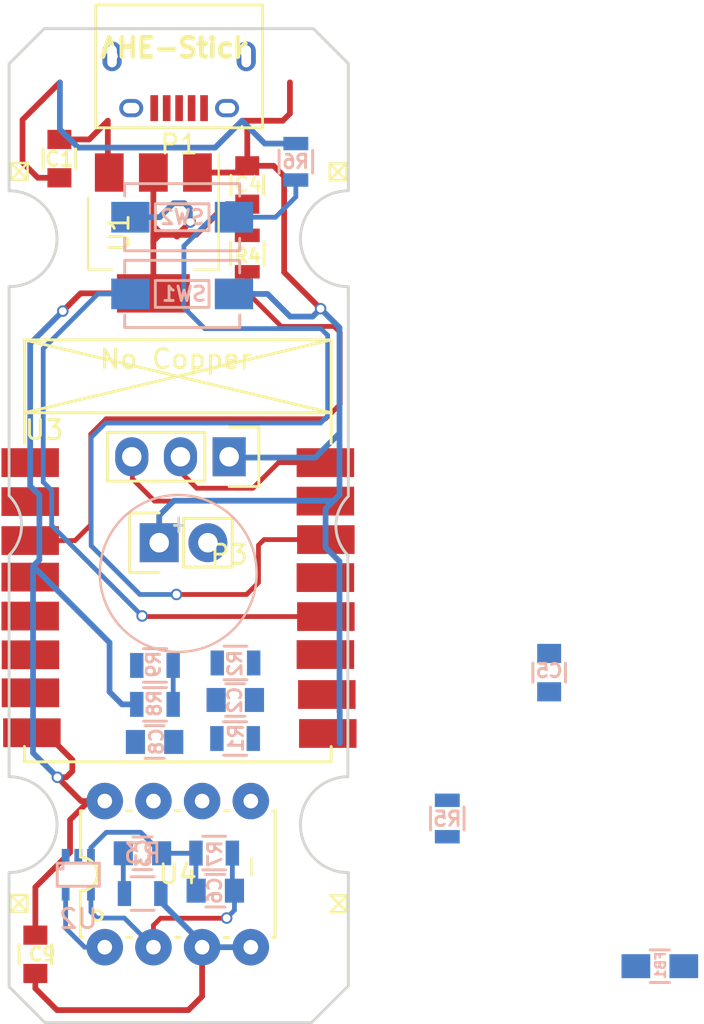
<source format=kicad_pcb>
(kicad_pcb (version 4) (host pcbnew 4.0.4-stable)

  (general
    (links 57)
    (no_connects 26)
    (area 140.549999 47.75 179.265001 110.635001)
    (thickness 1.6)
    (drawings 53)
    (tracks 193)
    (zones 0)
    (modules 27)
    (nets 19)
  )

  (page A4)
  (layers
    (0 F.Cu signal)
    (31 B.Cu signal)
    (32 B.Adhes user hide)
    (33 F.Adhes user hide)
    (34 B.Paste user hide)
    (35 F.Paste user hide)
    (36 B.SilkS user)
    (37 F.SilkS user)
    (38 B.Mask user hide)
    (39 F.Mask user hide)
    (40 Dwgs.User user hide)
    (41 Cmts.User user hide)
    (42 Eco1.User user hide)
    (43 Eco2.User user hide)
    (44 Edge.Cuts user)
    (45 Margin user hide)
    (46 B.CrtYd user hide)
    (47 F.CrtYd user hide)
    (48 B.Fab user hide)
    (49 F.Fab user hide)
  )

  (setup
    (last_trace_width 0.25)
    (trace_clearance 0.2)
    (zone_clearance 0.508)
    (zone_45_only yes)
    (trace_min 0.2)
    (segment_width 0.127)
    (edge_width 0.15)
    (via_size 0.6)
    (via_drill 0.4)
    (via_min_size 0.4)
    (via_min_drill 0.3)
    (uvia_size 0.3)
    (uvia_drill 0.1)
    (uvias_allowed no)
    (uvia_min_size 0.2)
    (uvia_min_drill 0.1)
    (pcb_text_width 0.3)
    (pcb_text_size 1.5 1.5)
    (mod_edge_width 0.15)
    (mod_text_size 1 1)
    (mod_text_width 0.15)
    (pad_size 1.75 1.75)
    (pad_drill 1.5)
    (pad_to_mask_clearance 0.2)
    (aux_axis_origin 0 0)
    (visible_elements 7FFEFFFF)
    (pcbplotparams
      (layerselection 0x010f0_80000001)
      (usegerberextensions false)
      (excludeedgelayer true)
      (linewidth 0.100000)
      (plotframeref false)
      (viasonmask false)
      (mode 1)
      (useauxorigin false)
      (hpglpennumber 1)
      (hpglpenspeed 20)
      (hpglpendiameter 15)
      (hpglpenoverlay 2)
      (psnegative false)
      (psa4output false)
      (plotreference true)
      (plotvalue true)
      (plotinvisibletext false)
      (padsonsilk false)
      (subtractmaskfromsilk false)
      (outputformat 1)
      (mirror false)
      (drillshape 0)
      (scaleselection 1)
      (outputdirectory ""))
  )

  (net 0 "")
  (net 1 GND)
  (net 2 "Net-(C2-Pad1)")
  (net 3 "Net-(C3-Pad1)")
  (net 4 VCC)
  (net 5 ANALOG)
  (net 6 "Net-(P3-Pad2)")
  (net 7 "Net-(P3-Pad3)")
  (net 8 "Net-(R4-Pad1)")
  (net 9 SS)
  (net 10 "Net-(R6-Pad2)")
  (net 11 "Net-(SW1-Pad1)")
  (net 12 MISO)
  (net 13 SCLK)
  (net 14 +5V)
  (net 15 "Net-(C3-Pad2)")
  (net 16 "Net-(C5-Pad2)")
  (net 17 "Net-(C5-Pad1)")
  (net 18 "Net-(C8-Pad2)")

  (net_class Default "This is the default net class."
    (clearance 0.2)
    (trace_width 0.25)
    (via_dia 0.6)
    (via_drill 0.4)
    (uvia_dia 0.3)
    (uvia_drill 0.1)
    (add_net ANALOG)
    (add_net MISO)
    (add_net "Net-(C2-Pad1)")
    (add_net "Net-(C3-Pad1)")
    (add_net "Net-(C3-Pad2)")
    (add_net "Net-(C5-Pad1)")
    (add_net "Net-(C5-Pad2)")
    (add_net "Net-(C8-Pad2)")
    (add_net "Net-(P3-Pad2)")
    (add_net "Net-(P3-Pad3)")
    (add_net "Net-(R4-Pad1)")
    (add_net "Net-(R6-Pad2)")
    (add_net "Net-(SW1-Pad1)")
    (add_net SCLK)
    (add_net SS)
  )

  (net_class Power ""
    (clearance 0.2)
    (trace_width 0.3)
    (via_dia 0.6)
    (via_drill 0.4)
    (uvia_dia 0.3)
    (uvia_drill 0.1)
    (add_net +5V)
    (add_net GND)
    (add_net VCC)
  )

  (module ASKicadLib:ESP-07_AS (layer F.Cu) (tedit 58565997) (tstamp 584B2C25)
    (at 143.95 77.225)
    (descr "Module, ESP-8266, ESP-07v2, 16 pad, SMD")
    (tags "Module ESP-8266 ESP8266")
    (path /58495FE2)
    (fp_text reference U3 (at 0.025 -1.7 180) (layer F.SilkS)
      (effects (font (size 1 1) (thickness 0.15)))
    )
    (fp_text value ESP-07v2 (at 7.25 2.25) (layer F.Fab)
      (effects (font (size 1 1) (thickness 0.15)))
    )
    (fp_line (start -2.25 -0.5) (end -2.25 -6.65) (layer F.CrtYd) (width 0.05))
    (fp_line (start -2.25 -6.65) (end 16.25 -6.65) (layer F.CrtYd) (width 0.05))
    (fp_line (start 16.25 -6.65) (end 16.25 16) (layer F.CrtYd) (width 0.05))
    (fp_line (start 16.25 16) (end -2.25 16) (layer F.CrtYd) (width 0.05))
    (fp_line (start -2.25 16) (end -2.25 -0.5) (layer F.CrtYd) (width 0.05))
    (fp_line (start -1 -6.4) (end 15 -6.4) (layer F.SilkS) (width 0.1524))
    (fp_line (start 15 -6.4) (end 15 -1) (layer F.SilkS) (width 0.1524))
    (fp_line (start -1 -6.4) (end -1 -1) (layer F.SilkS) (width 0.1524))
    (fp_line (start -1 14.8) (end -1 15.6) (layer F.SilkS) (width 0.1524))
    (fp_line (start -1 15.6) (end 15 15.6) (layer F.SilkS) (width 0.1524))
    (fp_line (start 15 15.6) (end 15 14.8) (layer F.SilkS) (width 0.1524))
    (fp_line (start 15 -6.4) (end -1 -2.6) (layer F.SilkS) (width 0.1524))
    (fp_line (start -1 -6.4) (end 15 -2.6) (layer F.SilkS) (width 0.1524))
    (fp_text user "No Copper" (at 6.892 -5.4) (layer F.SilkS)
      (effects (font (size 1 1) (thickness 0.15)))
    )
    (fp_line (start -1.008 -2.6) (end 14.992 -2.6) (layer F.SilkS) (width 0.1524))
    (fp_line (start 15 -6.4) (end 15 15.6) (layer F.Fab) (width 0.05))
    (fp_line (start 15 15.6) (end -1 15.6) (layer F.Fab) (width 0.05))
    (fp_line (start -1.008 15.6) (end -1.008 -6.4) (layer F.Fab) (width 0.05))
    (fp_line (start -1 -6.4) (end 15 -6.4) (layer F.Fab) (width 0.05))
    (pad 9 smd rect (at 14.127 14.1224) (size 3 1.5) (drill (offset 0.7 0)) (layers F.Cu F.Paste F.Mask)
      (net 1 GND))
    (pad 10 smd rect (at 14.0762 12.0904) (size 3 1.5) (drill (offset 0.7 0)) (layers F.Cu F.Paste F.Mask)
      (net 9 SS))
    (pad 11 smd rect (at 14 10.0076) (size 3 1.5) (drill (offset 0.7 0)) (layers F.Cu F.Paste F.Mask))
    (pad 12 smd rect (at 14.0254 8.0264) (size 3 1.5) (drill (offset 0.7 0)) (layers F.Cu F.Paste F.Mask)
      (net 11 "Net-(SW1-Pad1)"))
    (pad 13 smd rect (at 14 5.9944) (size 3 1.5) (drill (offset 0.7 0)) (layers F.Cu F.Paste F.Mask))
    (pad 14 smd rect (at 14.0254 4.0132) (size 3 1.5) (drill (offset 0.7 0)) (layers F.Cu F.Paste F.Mask)
      (net 10 "Net-(R6-Pad2)"))
    (pad 15 smd rect (at 14 2.0066) (size 3 1.5) (drill (offset 0.7 0)) (layers F.Cu F.Paste F.Mask)
      (net 7 "Net-(P3-Pad3)"))
    (pad 8 smd rect (at 0.0889 14.0843) (size 3 1.5) (drill (offset -0.7 0)) (layers F.Cu F.Paste F.Mask)
      (net 4 VCC))
    (pad 7 smd rect (at 0.0127 12.0015) (size 3 1.5) (drill (offset -0.7 0)) (layers F.Cu F.Paste F.Mask))
    (pad 6 smd rect (at 0.0127 10.0203) (size 3 1.5) (drill (offset -0.7 0)) (layers F.Cu F.Paste F.Mask)
      (net 12 MISO))
    (pad 5 smd rect (at 0 8.001) (size 3 1.5) (drill (offset -0.7 0)) (layers F.Cu F.Paste F.Mask)
      (net 13 SCLK))
    (pad 4 smd rect (at 0 5.969) (size 3 1.5) (drill (offset -0.7 0)) (layers F.Cu F.Paste F.Mask))
    (pad 3 smd rect (at 0 4.064) (size 3 1.5) (drill (offset -0.7 0)) (layers F.Cu F.Paste F.Mask)
      (net 8 "Net-(R4-Pad1)"))
    (pad 2 smd rect (at 0 2.032) (size 3 1.5) (drill (offset -0.7 0)) (layers F.Cu F.Paste F.Mask))
    (pad 1 smd rect (at 0 0) (size 3 1.5) (drill (offset -0.7 0)) (layers F.Cu F.Paste F.Mask))
    (pad 16 smd rect (at 14 0) (size 3 1.5) (drill (offset 0.7 0)) (layers F.Cu F.Paste F.Mask)
      (net 6 "Net-(P3-Pad2)"))
    (model ${ESPLIB}/ESP8266.3dshapes/ESP-07v2.wrl
      (at (xyz 0 0 0))
      (scale (xyz 0.3937 0.3937 0.3937))
      (rotate (xyz 0 0 0))
    )
  )

  (module Power_Integrations:PDIP-8 (layer F.Cu) (tedit 0) (tstamp 584B30D3)
    (at 150.95 98.68)
    (descr "PDIP-8 Standard 300mil 8pin Dual In Line Package")
    (tags "Power Integrations P Package")
    (path /58495F1E)
    (fp_text reference U4 (at 0 0) (layer F.SilkS)
      (effects (font (size 1 1) (thickness 0.15)))
    )
    (fp_text value MCP3201 (at 0 0) (layer F.Fab)
      (effects (font (size 1 1) (thickness 0.15)))
    )
    (fp_line (start -5.08 0.889) (end -5.08 3.302) (layer F.SilkS) (width 0.15))
    (fp_line (start -5.08 -0.889) (end -5.08 -3.302) (layer F.SilkS) (width 0.15))
    (fp_arc (start -5.08 0) (end -4.191 0) (angle 90) (layer F.SilkS) (width 0.15))
    (fp_arc (start -5.08 0) (end -5.08 -0.889) (angle 90) (layer F.SilkS) (width 0.15))
    (fp_circle (center -4.191 2.159) (end -3.937 2.159) (layer F.SilkS) (width 0.15))
    (fp_line (start 5.08 3.302) (end 4.953 3.302) (layer F.SilkS) (width 0.15))
    (fp_line (start 2.413 3.302) (end 2.667 3.302) (layer F.SilkS) (width 0.15))
    (fp_line (start -0.127 3.302) (end 0.127 3.302) (layer F.SilkS) (width 0.15))
    (fp_line (start -2.667 3.302) (end -2.413 3.302) (layer F.SilkS) (width 0.15))
    (fp_line (start -5.08 3.302) (end -4.953 3.302) (layer F.SilkS) (width 0.15))
    (fp_line (start -5.08 -3.302) (end -4.953 -3.302) (layer F.SilkS) (width 0.15))
    (fp_line (start 5.08 -3.302) (end 4.953 -3.302) (layer F.SilkS) (width 0.15))
    (fp_line (start 2.413 -3.302) (end 2.667 -3.302) (layer F.SilkS) (width 0.15))
    (fp_line (start -0.127 -3.302) (end 0.127 -3.302) (layer F.SilkS) (width 0.15))
    (fp_line (start -2.667 -3.302) (end -2.413 -3.302) (layer F.SilkS) (width 0.15))
    (fp_line (start 5.08 3.302) (end 5.08 -3.302) (layer F.SilkS) (width 0.15))
    (pad 1 thru_hole circle (at -3.81 3.81) (size 1.905 1.905) (drill 0.762) (layers *.Cu *.Mask)
      (net 18 "Net-(C8-Pad2)"))
    (pad 2 thru_hole circle (at -1.27 3.81) (size 1.905 1.905) (drill 0.762) (layers *.Cu *.Mask)
      (net 5 ANALOG))
    (pad 3 thru_hole circle (at 1.27 3.81) (size 1.905 1.905) (drill 0.762) (layers *.Cu *.Mask)
      (net 1 GND))
    (pad 4 thru_hole circle (at 3.81 3.81) (size 1.905 1.905) (drill 0.762) (layers *.Cu *.Mask)
      (net 1 GND))
    (pad 5 thru_hole circle (at 3.81 -3.81) (size 1.905 1.905) (drill 0.762) (layers *.Cu *.Mask)
      (net 9 SS))
    (pad 6 thru_hole circle (at 1.27 -3.81) (size 1.905 1.905) (drill 0.762) (layers *.Cu *.Mask)
      (net 12 MISO))
    (pad 7 thru_hole circle (at -1.27 -3.81) (size 1.905 1.905) (drill 0.762) (layers *.Cu *.Mask)
      (net 13 SCLK))
    (pad 8 thru_hole circle (at -3.81 -3.81) (size 1.905 1.905) (drill 0.762) (layers *.Cu *.Mask)
      (net 4 VCC))
  )

  (module Capacitors_SMD:C_0805 (layer B.Cu) (tedit 584E6F00) (tstamp 584B2B99)
    (at 149.74 91.79)
    (descr "Capacitor SMD 0805, reflow soldering, AVX (see smccp.pdf)")
    (tags "capacitor 0805")
    (path /58499029)
    (attr smd)
    (fp_text reference C8 (at 0.105 -0.02 90) (layer B.SilkS)
      (effects (font (size 0.7 0.7) (thickness 0.15)) (justify mirror))
    )
    (fp_text value 0,1 (at 0 -2.1) (layer B.Fab)
      (effects (font (size 1 1) (thickness 0.15)) (justify mirror))
    )
    (fp_line (start -1 -0.625) (end -1 0.625) (layer B.Fab) (width 0.15))
    (fp_line (start 1 -0.625) (end -1 -0.625) (layer B.Fab) (width 0.15))
    (fp_line (start 1 0.625) (end 1 -0.625) (layer B.Fab) (width 0.15))
    (fp_line (start -1 0.625) (end 1 0.625) (layer B.Fab) (width 0.15))
    (fp_line (start -1.8 1) (end 1.8 1) (layer B.CrtYd) (width 0.05))
    (fp_line (start -1.8 -1) (end 1.8 -1) (layer B.CrtYd) (width 0.05))
    (fp_line (start -1.8 1) (end -1.8 -1) (layer B.CrtYd) (width 0.05))
    (fp_line (start 1.8 1) (end 1.8 -1) (layer B.CrtYd) (width 0.05))
    (fp_line (start 0.5 0.85) (end -0.5 0.85) (layer B.SilkS) (width 0.15))
    (fp_line (start -0.5 -0.85) (end 0.5 -0.85) (layer B.SilkS) (width 0.15))
    (pad 1 smd rect (at -1 0) (size 1 1.25) (layers B.Cu B.Paste B.Mask)
      (net 1 GND))
    (pad 2 smd rect (at 1 0) (size 1 1.25) (layers B.Cu B.Paste B.Mask)
      (net 18 "Net-(C8-Pad2)"))
    (model Capacitors_SMD.3dshapes/C_0805.wrl
      (at (xyz 0 0 0))
      (scale (xyz 1 1 1))
      (rotate (xyz 0 0 0))
    )
  )

  (module Capacitors_SMD:C_0805_HandSoldering (layer B.Cu) (tedit 584E6F0A) (tstamp 584B2BA5)
    (at 176.1 103.48 180)
    (descr "Capacitor SMD 0805, hand soldering")
    (tags "capacitor 0805")
    (path /5849DA18)
    (attr smd)
    (fp_text reference FB1 (at -0.035 0.045 270) (layer B.SilkS)
      (effects (font (size 0.5 0.5) (thickness 0.125)) (justify mirror))
    )
    (fp_text value FERRITE (at 0 -2.1 180) (layer B.Fab)
      (effects (font (size 1 1) (thickness 0.15)) (justify mirror))
    )
    (fp_line (start -1 -0.625) (end -1 0.625) (layer B.Fab) (width 0.15))
    (fp_line (start 1 -0.625) (end -1 -0.625) (layer B.Fab) (width 0.15))
    (fp_line (start 1 0.625) (end 1 -0.625) (layer B.Fab) (width 0.15))
    (fp_line (start -1 0.625) (end 1 0.625) (layer B.Fab) (width 0.15))
    (fp_line (start -2.3 1) (end 2.3 1) (layer B.CrtYd) (width 0.05))
    (fp_line (start -2.3 -1) (end 2.3 -1) (layer B.CrtYd) (width 0.05))
    (fp_line (start -2.3 1) (end -2.3 -1) (layer B.CrtYd) (width 0.05))
    (fp_line (start 2.3 1) (end 2.3 -1) (layer B.CrtYd) (width 0.05))
    (fp_line (start 0.5 0.85) (end -0.5 0.85) (layer B.SilkS) (width 0.15))
    (fp_line (start -0.5 -0.85) (end 0.5 -0.85) (layer B.SilkS) (width 0.15))
    (pad 1 smd rect (at -1.25 0 180) (size 1.5 1.25) (layers B.Cu B.Paste B.Mask)
      (net 18 "Net-(C8-Pad2)"))
    (pad 2 smd rect (at 1.25 0 180) (size 1.5 1.25) (layers B.Cu B.Paste B.Mask)
      (net 4 VCC))
    (model Capacitors_SMD.3dshapes/C_0805_HandSoldering.wrl
      (at (xyz 0 0 0))
      (scale (xyz 1 1 1))
      (rotate (xyz 0 0 0))
    )
  )

  (module TO_SOT_Packages_SMD:SOT-223 (layer F.Cu) (tedit 584D9980) (tstamp 584B2BF6)
    (at 149.675 65.25 270)
    (descr "module CMS SOT223 4 pins")
    (tags "CMS SOT")
    (path /58495D09)
    (attr smd)
    (fp_text reference U1 (at 0 1.775 270) (layer F.SilkS)
      (effects (font (size 1 1) (thickness 0.15)))
    )
    (fp_text value LM1117-3.3 (at -16.525 0.85 360) (layer F.Fab)
      (effects (font (size 1 1) (thickness 0.15)))
    )
    (fp_line (start 1.91 3.41) (end 1.91 2.15) (layer F.SilkS) (width 0.12))
    (fp_line (start 1.91 -3.41) (end 1.91 -2.15) (layer F.SilkS) (width 0.12))
    (fp_line (start 4.4 -3.6) (end -4.4 -3.6) (layer F.CrtYd) (width 0.05))
    (fp_line (start 4.4 3.6) (end 4.4 -3.6) (layer F.CrtYd) (width 0.05))
    (fp_line (start -4.4 3.6) (end 4.4 3.6) (layer F.CrtYd) (width 0.05))
    (fp_line (start -4.4 -3.6) (end -4.4 3.6) (layer F.CrtYd) (width 0.05))
    (fp_line (start -1.85 -3.35) (end -1.85 3.35) (layer F.Fab) (width 0.15))
    (fp_line (start -1.85 3.41) (end 1.91 3.41) (layer F.SilkS) (width 0.12))
    (fp_line (start -1.85 -3.35) (end 1.85 -3.35) (layer F.Fab) (width 0.15))
    (fp_line (start -4.1 -3.41) (end 1.91 -3.41) (layer F.SilkS) (width 0.12))
    (fp_line (start -1.85 3.35) (end 1.85 3.35) (layer F.Fab) (width 0.15))
    (fp_line (start 1.85 -3.35) (end 1.85 3.35) (layer F.Fab) (width 0.15))
    (pad 4 smd rect (at 3.15 0 270) (size 2 3.8) (layers F.Cu F.Paste F.Mask)
      (net 4 VCC))
    (pad 2 smd rect (at -3.15 0 270) (size 2 1.5) (layers F.Cu F.Paste F.Mask)
      (net 4 VCC))
    (pad 3 smd rect (at -3.15 2.3 270) (size 2 1.5) (layers F.Cu F.Paste F.Mask)
      (net 14 +5V))
    (pad 1 smd rect (at -3.15 -2.3 270) (size 2 1.5) (layers F.Cu F.Paste F.Mask)
      (net 1 GND))
    (model TO_SOT_Packages_SMD.3dshapes/SOT-223.wrl
      (at (xyz 0 0 0))
      (scale (xyz 0.4 0.4 0.4))
      (rotate (xyz 0 0 90))
    )
  )

  (module Capacitors_SMD:C_0805 (layer F.Cu) (tedit 584D9989) (tstamp 584B2B6F)
    (at 144.775 61.375 270)
    (descr "Capacitor SMD 0805, reflow soldering, AVX (see smccp.pdf)")
    (tags "capacitor 0805")
    (path /58496BB4)
    (attr smd)
    (fp_text reference C1 (at 0.025 0 360) (layer F.SilkS)
      (effects (font (size 0.75 0.75) (thickness 0.15)))
    )
    (fp_text value 0,1 (at 0.075 0 270) (layer F.Fab)
      (effects (font (size 1 1) (thickness 0.15)))
    )
    (fp_line (start -1 0.625) (end -1 -0.625) (layer F.Fab) (width 0.15))
    (fp_line (start 1 0.625) (end -1 0.625) (layer F.Fab) (width 0.15))
    (fp_line (start 1 -0.625) (end 1 0.625) (layer F.Fab) (width 0.15))
    (fp_line (start -1 -0.625) (end 1 -0.625) (layer F.Fab) (width 0.15))
    (fp_line (start -1.8 -1) (end 1.8 -1) (layer F.CrtYd) (width 0.05))
    (fp_line (start -1.8 1) (end 1.8 1) (layer F.CrtYd) (width 0.05))
    (fp_line (start -1.8 -1) (end -1.8 1) (layer F.CrtYd) (width 0.05))
    (fp_line (start 1.8 -1) (end 1.8 1) (layer F.CrtYd) (width 0.05))
    (fp_line (start 0.5 -0.85) (end -0.5 -0.85) (layer F.SilkS) (width 0.15))
    (fp_line (start -0.5 0.85) (end 0.5 0.85) (layer F.SilkS) (width 0.15))
    (pad 1 smd rect (at -1 0 270) (size 1 1.25) (layers F.Cu F.Paste F.Mask)
      (net 14 +5V))
    (pad 2 smd rect (at 1 0 270) (size 1 1.25) (layers F.Cu F.Paste F.Mask)
      (net 1 GND))
    (model Capacitors_SMD.3dshapes/C_0805.wrl
      (at (xyz 0 0 0))
      (scale (xyz 1 1 1))
      (rotate (xyz 0 0 0))
    )
  )

  (module Capacitors_SMD:C_0805 (layer B.Cu) (tedit 584E6F1D) (tstamp 584B2B75)
    (at 153.95 89.6 180)
    (descr "Capacitor SMD 0805, reflow soldering, AVX (see smccp.pdf)")
    (tags "capacitor 0805")
    (path /586A9FA7)
    (attr smd)
    (fp_text reference C2 (at 0.025 -0.01 450) (layer B.SilkS)
      (effects (font (size 0.7 0.7) (thickness 0.15)) (justify mirror))
    )
    (fp_text value 0,1 (at 0.05 0.05 180) (layer B.Fab) hide
      (effects (font (size 1 1) (thickness 0.15)) (justify mirror))
    )
    (fp_line (start -1 -0.625) (end -1 0.625) (layer B.Fab) (width 0.15))
    (fp_line (start 1 -0.625) (end -1 -0.625) (layer B.Fab) (width 0.15))
    (fp_line (start 1 0.625) (end 1 -0.625) (layer B.Fab) (width 0.15))
    (fp_line (start -1 0.625) (end 1 0.625) (layer B.Fab) (width 0.15))
    (fp_line (start -1.8 1) (end 1.8 1) (layer B.CrtYd) (width 0.05))
    (fp_line (start -1.8 -1) (end 1.8 -1) (layer B.CrtYd) (width 0.05))
    (fp_line (start -1.8 1) (end -1.8 -1) (layer B.CrtYd) (width 0.05))
    (fp_line (start 1.8 1) (end 1.8 -1) (layer B.CrtYd) (width 0.05))
    (fp_line (start 0.5 0.85) (end -0.5 0.85) (layer B.SilkS) (width 0.15))
    (fp_line (start -0.5 -0.85) (end 0.5 -0.85) (layer B.SilkS) (width 0.15))
    (pad 1 smd rect (at -1 0 180) (size 1 1.25) (layers B.Cu B.Paste B.Mask)
      (net 2 "Net-(C2-Pad1)"))
    (pad 2 smd rect (at 1 0 180) (size 1 1.25) (layers B.Cu B.Paste B.Mask)
      (net 1 GND))
    (model Capacitors_SMD.3dshapes/C_0805.wrl
      (at (xyz 0 0 0))
      (scale (xyz 1 1 1))
      (rotate (xyz 0 0 0))
    )
  )

  (module Capacitors_SMD:C_0805 (layer B.Cu) (tedit 584DCAA0) (tstamp 584B2B7B)
    (at 149.1075 97.5925)
    (descr "Capacitor SMD 0805, reflow soldering, AVX (see smccp.pdf)")
    (tags "capacitor 0805")
    (path /586A8B6A)
    (attr smd)
    (fp_text reference C3 (at 0.05 0 90) (layer B.SilkS)
      (effects (font (size 0.75 0.75) (thickness 0.15)) (justify mirror))
    )
    (fp_text value 1uF (at 0 -2.1) (layer B.Fab)
      (effects (font (size 1 1) (thickness 0.15)) (justify mirror))
    )
    (fp_line (start -1 -0.625) (end -1 0.625) (layer B.Fab) (width 0.15))
    (fp_line (start 1 -0.625) (end -1 -0.625) (layer B.Fab) (width 0.15))
    (fp_line (start 1 0.625) (end 1 -0.625) (layer B.Fab) (width 0.15))
    (fp_line (start -1 0.625) (end 1 0.625) (layer B.Fab) (width 0.15))
    (fp_line (start -1.8 1) (end 1.8 1) (layer B.CrtYd) (width 0.05))
    (fp_line (start -1.8 -1) (end 1.8 -1) (layer B.CrtYd) (width 0.05))
    (fp_line (start -1.8 1) (end -1.8 -1) (layer B.CrtYd) (width 0.05))
    (fp_line (start 1.8 1) (end 1.8 -1) (layer B.CrtYd) (width 0.05))
    (fp_line (start 0.5 0.85) (end -0.5 0.85) (layer B.SilkS) (width 0.15))
    (fp_line (start -0.5 -0.85) (end 0.5 -0.85) (layer B.SilkS) (width 0.15))
    (pad 1 smd rect (at -1 0) (size 1 1.25) (layers B.Cu B.Paste B.Mask)
      (net 3 "Net-(C3-Pad1)"))
    (pad 2 smd rect (at 1 0) (size 1 1.25) (layers B.Cu B.Paste B.Mask)
      (net 15 "Net-(C3-Pad2)"))
    (model Capacitors_SMD.3dshapes/C_0805.wrl
      (at (xyz 0 0 0))
      (scale (xyz 1 1 1))
      (rotate (xyz 0 0 0))
    )
  )

  (module Capacitors_SMD:C_0805 (layer F.Cu) (tedit 584D9973) (tstamp 584B2B81)
    (at 154.575 62.75 90)
    (descr "Capacitor SMD 0805, reflow soldering, AVX (see smccp.pdf)")
    (tags "capacitor 0805")
    (path /58496C2E)
    (attr smd)
    (fp_text reference C4 (at 0.025 0.05 180) (layer F.SilkS)
      (effects (font (size 0.75 0.75) (thickness 0.125)))
    )
    (fp_text value 10 (at -0.125 0.05 90) (layer F.Fab)
      (effects (font (size 1 1) (thickness 0.15)))
    )
    (fp_line (start -1 0.625) (end -1 -0.625) (layer F.Fab) (width 0.15))
    (fp_line (start 1 0.625) (end -1 0.625) (layer F.Fab) (width 0.15))
    (fp_line (start 1 -0.625) (end 1 0.625) (layer F.Fab) (width 0.15))
    (fp_line (start -1 -0.625) (end 1 -0.625) (layer F.Fab) (width 0.15))
    (fp_line (start -1.8 -1) (end 1.8 -1) (layer F.CrtYd) (width 0.05))
    (fp_line (start -1.8 1) (end 1.8 1) (layer F.CrtYd) (width 0.05))
    (fp_line (start -1.8 -1) (end -1.8 1) (layer F.CrtYd) (width 0.05))
    (fp_line (start 1.8 -1) (end 1.8 1) (layer F.CrtYd) (width 0.05))
    (fp_line (start 0.5 -0.85) (end -0.5 -0.85) (layer F.SilkS) (width 0.15))
    (fp_line (start -0.5 0.85) (end 0.5 0.85) (layer F.SilkS) (width 0.15))
    (pad 1 smd rect (at -1 0 90) (size 1 1.25) (layers F.Cu F.Paste F.Mask)
      (net 4 VCC))
    (pad 2 smd rect (at 1 0 90) (size 1 1.25) (layers F.Cu F.Paste F.Mask)
      (net 1 GND))
    (model Capacitors_SMD.3dshapes/C_0805.wrl
      (at (xyz 0 0 0))
      (scale (xyz 1 1 1))
      (rotate (xyz 0 0 0))
    )
  )

  (module Capacitors_SMD:C_0805 (layer B.Cu) (tedit 586A841A) (tstamp 584B2B87)
    (at 170.325 88.175 270)
    (descr "Capacitor SMD 0805, reflow soldering, AVX (see smccp.pdf)")
    (tags "capacitor 0805")
    (path /586A96FD)
    (attr smd)
    (fp_text reference C5 (at -0.1 0 540) (layer B.SilkS)
      (effects (font (size 0.7 0.7) (thickness 0.15)) (justify mirror))
    )
    (fp_text value 0,01 (at 0 -2.1 270) (layer B.Fab)
      (effects (font (size 1 1) (thickness 0.15)) (justify mirror))
    )
    (fp_line (start -1 -0.625) (end -1 0.625) (layer B.Fab) (width 0.15))
    (fp_line (start 1 -0.625) (end -1 -0.625) (layer B.Fab) (width 0.15))
    (fp_line (start 1 0.625) (end 1 -0.625) (layer B.Fab) (width 0.15))
    (fp_line (start -1 0.625) (end 1 0.625) (layer B.Fab) (width 0.15))
    (fp_line (start -1.8 1) (end 1.8 1) (layer B.CrtYd) (width 0.05))
    (fp_line (start -1.8 -1) (end 1.8 -1) (layer B.CrtYd) (width 0.05))
    (fp_line (start -1.8 1) (end -1.8 -1) (layer B.CrtYd) (width 0.05))
    (fp_line (start 1.8 1) (end 1.8 -1) (layer B.CrtYd) (width 0.05))
    (fp_line (start 0.5 0.85) (end -0.5 0.85) (layer B.SilkS) (width 0.15))
    (fp_line (start -0.5 -0.85) (end 0.5 -0.85) (layer B.SilkS) (width 0.15))
    (pad 1 smd rect (at -1 0 270) (size 1 1.25) (layers B.Cu B.Paste B.Mask)
      (net 17 "Net-(C5-Pad1)"))
    (pad 2 smd rect (at 1 0 270) (size 1 1.25) (layers B.Cu B.Paste B.Mask)
      (net 16 "Net-(C5-Pad2)"))
    (model Capacitors_SMD.3dshapes/C_0805.wrl
      (at (xyz 0 0 0))
      (scale (xyz 1 1 1))
      (rotate (xyz 0 0 0))
    )
  )

  (module Capacitors_SMD:C_0805 (layer F.Cu) (tedit 586A933A) (tstamp 584B2B9F)
    (at 143.52 102.86 90)
    (descr "Capacitor SMD 0805, reflow soldering, AVX (see smccp.pdf)")
    (tags "capacitor 0805")
    (path /584989F9)
    (attr smd)
    (fp_text reference C9 (at 0 0.35 180) (layer F.SilkS)
      (effects (font (size 0.7 0.7) (thickness 0.15)))
    )
    (fp_text value 0,1 (at 0 2.1 90) (layer F.Fab)
      (effects (font (size 1 1) (thickness 0.15)))
    )
    (fp_line (start -1 0.625) (end -1 -0.625) (layer F.Fab) (width 0.15))
    (fp_line (start 1 0.625) (end -1 0.625) (layer F.Fab) (width 0.15))
    (fp_line (start 1 -0.625) (end 1 0.625) (layer F.Fab) (width 0.15))
    (fp_line (start -1 -0.625) (end 1 -0.625) (layer F.Fab) (width 0.15))
    (fp_line (start -1.8 -1) (end 1.8 -1) (layer F.CrtYd) (width 0.05))
    (fp_line (start -1.8 1) (end 1.8 1) (layer F.CrtYd) (width 0.05))
    (fp_line (start -1.8 -1) (end -1.8 1) (layer F.CrtYd) (width 0.05))
    (fp_line (start 1.8 -1) (end 1.8 1) (layer F.CrtYd) (width 0.05))
    (fp_line (start 0.5 -0.85) (end -0.5 -0.85) (layer F.SilkS) (width 0.15))
    (fp_line (start -0.5 0.85) (end 0.5 0.85) (layer F.SilkS) (width 0.15))
    (pad 1 smd rect (at -1 0 90) (size 1 1.25) (layers F.Cu F.Paste F.Mask)
      (net 1 GND))
    (pad 2 smd rect (at 1 0 90) (size 1 1.25) (layers F.Cu F.Paste F.Mask)
      (net 4 VCC))
    (model Capacitors_SMD.3dshapes/C_0805.wrl
      (at (xyz 0 0 0))
      (scale (xyz 1 1 1))
      (rotate (xyz 0 0 0))
    )
  )

  (module Socket_Strips:Socket_Strip_Straight_1x02 (layer F.Cu) (tedit 584DCAB4) (tstamp 584B2BB5)
    (at 149.98 81.4)
    (descr "Through hole socket strip")
    (tags "socket strip")
    (path /586AA5ED)
    (fp_text reference P2 (at 20.375 -0.525 90) (layer F.SilkS) hide
      (effects (font (size 1 1) (thickness 0.15)))
    )
    (fp_text value MIC (at 0 -3.1) (layer F.Fab)
      (effects (font (size 1 1) (thickness 0.15)))
    )
    (fp_line (start -1.55 1.55) (end 0 1.55) (layer F.SilkS) (width 0.15))
    (fp_line (start 3.81 1.27) (end 1.27 1.27) (layer F.SilkS) (width 0.15))
    (fp_line (start -1.75 -1.75) (end -1.75 1.75) (layer F.CrtYd) (width 0.05))
    (fp_line (start 4.3 -1.75) (end 4.3 1.75) (layer F.CrtYd) (width 0.05))
    (fp_line (start -1.75 -1.75) (end 4.3 -1.75) (layer F.CrtYd) (width 0.05))
    (fp_line (start -1.75 1.75) (end 4.3 1.75) (layer F.CrtYd) (width 0.05))
    (fp_line (start 1.27 1.27) (end 1.27 -1.27) (layer F.SilkS) (width 0.15))
    (fp_line (start 0 -1.55) (end -1.55 -1.55) (layer F.SilkS) (width 0.15))
    (fp_line (start -1.55 -1.55) (end -1.55 1.55) (layer F.SilkS) (width 0.15))
    (fp_line (start 1.27 -1.27) (end 3.81 -1.27) (layer F.SilkS) (width 0.15))
    (fp_line (start 3.81 -1.27) (end 3.81 1.27) (layer F.SilkS) (width 0.15))
    (pad 1 thru_hole rect (at 0 0) (size 2.032 2.032) (drill 1.016) (layers *.Cu *.Mask)
      (net 1 GND))
    (pad 2 thru_hole oval (at 2.54 0) (size 2.032 2.032) (drill 1.016) (layers *.Cu *.Mask)
      (net 16 "Net-(C5-Pad2)"))
    (model Socket_Strips.3dshapes/Socket_Strip_Straight_1x02.wrl
      (at (xyz 0.05 0 0))
      (scale (xyz 1 1 1))
      (rotate (xyz 0 0 180))
    )
  )

  (module Resistors_SMD:R_0805 (layer B.Cu) (tedit 584DCA97) (tstamp 584B2BC2)
    (at 153.94 91.61)
    (descr "Resistor SMD 0805, reflow soldering, Vishay (see dcrcw.pdf)")
    (tags "resistor 0805")
    (path /586A9D69)
    (attr smd)
    (fp_text reference R1 (at 0.05 -0.025 90) (layer B.SilkS)
      (effects (font (size 0.75 0.75) (thickness 0.15)) (justify mirror))
    )
    (fp_text value 2k (at 0 -2.1) (layer B.Fab)
      (effects (font (size 1 1) (thickness 0.15)) (justify mirror))
    )
    (fp_line (start -1 -0.625) (end -1 0.625) (layer B.Fab) (width 0.1))
    (fp_line (start 1 -0.625) (end -1 -0.625) (layer B.Fab) (width 0.1))
    (fp_line (start 1 0.625) (end 1 -0.625) (layer B.Fab) (width 0.1))
    (fp_line (start -1 0.625) (end 1 0.625) (layer B.Fab) (width 0.1))
    (fp_line (start -1.6 1) (end 1.6 1) (layer B.CrtYd) (width 0.05))
    (fp_line (start -1.6 -1) (end 1.6 -1) (layer B.CrtYd) (width 0.05))
    (fp_line (start -1.6 1) (end -1.6 -1) (layer B.CrtYd) (width 0.05))
    (fp_line (start 1.6 1) (end 1.6 -1) (layer B.CrtYd) (width 0.05))
    (fp_line (start 0.6 -0.875) (end -0.6 -0.875) (layer B.SilkS) (width 0.15))
    (fp_line (start -0.6 0.875) (end 0.6 0.875) (layer B.SilkS) (width 0.15))
    (pad 1 smd rect (at -0.95 0) (size 0.7 1.3) (layers B.Cu B.Paste B.Mask)
      (net 4 VCC))
    (pad 2 smd rect (at 0.95 0) (size 0.7 1.3) (layers B.Cu B.Paste B.Mask)
      (net 2 "Net-(C2-Pad1)"))
    (model Resistors_SMD.3dshapes/R_0805.wrl
      (at (xyz 0 0 0))
      (scale (xyz 1 1 1))
      (rotate (xyz 0 0 0))
    )
  )

  (module Resistors_SMD:R_0805 (layer F.Cu) (tedit 584E6C3D) (tstamp 584B2BD4)
    (at 154.575 66.325 90)
    (descr "Resistor SMD 0805, reflow soldering, Vishay (see dcrcw.pdf)")
    (tags "resistor 0805")
    (path /58496E46)
    (attr smd)
    (fp_text reference R4 (at -0.125 0.025 180) (layer F.SilkS)
      (effects (font (size 0.7 0.7) (thickness 0.15)))
    )
    (fp_text value 10k (at 0 2.1 90) (layer F.Fab)
      (effects (font (size 1 1) (thickness 0.15)))
    )
    (fp_line (start -1 0.625) (end -1 -0.625) (layer F.Fab) (width 0.1))
    (fp_line (start 1 0.625) (end -1 0.625) (layer F.Fab) (width 0.1))
    (fp_line (start 1 -0.625) (end 1 0.625) (layer F.Fab) (width 0.1))
    (fp_line (start -1 -0.625) (end 1 -0.625) (layer F.Fab) (width 0.1))
    (fp_line (start -1.6 -1) (end 1.6 -1) (layer F.CrtYd) (width 0.05))
    (fp_line (start -1.6 1) (end 1.6 1) (layer F.CrtYd) (width 0.05))
    (fp_line (start -1.6 -1) (end -1.6 1) (layer F.CrtYd) (width 0.05))
    (fp_line (start 1.6 -1) (end 1.6 1) (layer F.CrtYd) (width 0.05))
    (fp_line (start 0.6 0.875) (end -0.6 0.875) (layer F.SilkS) (width 0.15))
    (fp_line (start -0.6 -0.875) (end 0.6 -0.875) (layer F.SilkS) (width 0.15))
    (pad 1 smd rect (at -0.95 0 90) (size 0.7 1.3) (layers F.Cu F.Paste F.Mask)
      (net 8 "Net-(R4-Pad1)"))
    (pad 2 smd rect (at 0.95 0 90) (size 0.7 1.3) (layers F.Cu F.Paste F.Mask)
      (net 4 VCC))
    (model Resistors_SMD.3dshapes/R_0805.wrl
      (at (xyz 0 0 0))
      (scale (xyz 1 1 1))
      (rotate (xyz 0 0 0))
    )
  )

  (module Resistors_SMD:R_0805 (layer B.Cu) (tedit 584E6F23) (tstamp 584B2BDA)
    (at 165.01 95.78 270)
    (descr "Resistor SMD 0805, reflow soldering, Vishay (see dcrcw.pdf)")
    (tags "resistor 0805")
    (path /58497D8F)
    (attr smd)
    (fp_text reference R5 (at 0.02 -0.005 540) (layer B.SilkS)
      (effects (font (size 0.75 0.75) (thickness 0.15)) (justify mirror))
    )
    (fp_text value 10k (at 0 -2.1 270) (layer B.Fab)
      (effects (font (size 1 1) (thickness 0.15)) (justify mirror))
    )
    (fp_line (start -1 -0.625) (end -1 0.625) (layer B.Fab) (width 0.1))
    (fp_line (start 1 -0.625) (end -1 -0.625) (layer B.Fab) (width 0.1))
    (fp_line (start 1 0.625) (end 1 -0.625) (layer B.Fab) (width 0.1))
    (fp_line (start -1 0.625) (end 1 0.625) (layer B.Fab) (width 0.1))
    (fp_line (start -1.6 1) (end 1.6 1) (layer B.CrtYd) (width 0.05))
    (fp_line (start -1.6 -1) (end 1.6 -1) (layer B.CrtYd) (width 0.05))
    (fp_line (start -1.6 1) (end -1.6 -1) (layer B.CrtYd) (width 0.05))
    (fp_line (start 1.6 1) (end 1.6 -1) (layer B.CrtYd) (width 0.05))
    (fp_line (start 0.6 -0.875) (end -0.6 -0.875) (layer B.SilkS) (width 0.15))
    (fp_line (start -0.6 0.875) (end 0.6 0.875) (layer B.SilkS) (width 0.15))
    (pad 1 smd rect (at -0.95 0 270) (size 0.7 1.3) (layers B.Cu B.Paste B.Mask)
      (net 9 SS))
    (pad 2 smd rect (at 0.95 0 270) (size 0.7 1.3) (layers B.Cu B.Paste B.Mask)
      (net 1 GND))
    (model Resistors_SMD.3dshapes/R_0805.wrl
      (at (xyz 0 0 0))
      (scale (xyz 1 1 1))
      (rotate (xyz 0 0 0))
    )
  )

  (module Resistors_SMD:R_0805 (layer B.Cu) (tedit 584E81A8) (tstamp 584B2BE0)
    (at 157.11 61.54 270)
    (descr "Resistor SMD 0805, reflow soldering, Vishay (see dcrcw.pdf)")
    (tags "resistor 0805")
    (path /584974BB)
    (attr smd)
    (fp_text reference R6 (at -0.01 0.01 540) (layer B.SilkS)
      (effects (font (size 0.7 0.7) (thickness 0.15)) (justify mirror))
    )
    (fp_text value 10k (at 0 -2.1 270) (layer B.Fab)
      (effects (font (size 1 1) (thickness 0.15)) (justify mirror))
    )
    (fp_line (start -1 -0.625) (end -1 0.625) (layer B.Fab) (width 0.1))
    (fp_line (start 1 -0.625) (end -1 -0.625) (layer B.Fab) (width 0.1))
    (fp_line (start 1 0.625) (end 1 -0.625) (layer B.Fab) (width 0.1))
    (fp_line (start -1 0.625) (end 1 0.625) (layer B.Fab) (width 0.1))
    (fp_line (start -1.6 1) (end 1.6 1) (layer B.CrtYd) (width 0.05))
    (fp_line (start -1.6 -1) (end 1.6 -1) (layer B.CrtYd) (width 0.05))
    (fp_line (start -1.6 1) (end -1.6 -1) (layer B.CrtYd) (width 0.05))
    (fp_line (start 1.6 1) (end 1.6 -1) (layer B.CrtYd) (width 0.05))
    (fp_line (start 0.6 -0.875) (end -0.6 -0.875) (layer B.SilkS) (width 0.15))
    (fp_line (start -0.6 0.875) (end 0.6 0.875) (layer B.SilkS) (width 0.15))
    (pad 1 smd rect (at -0.95 0 270) (size 0.7 1.3) (layers B.Cu B.Paste B.Mask)
      (net 1 GND))
    (pad 2 smd rect (at 0.95 0 270) (size 0.7 1.3) (layers B.Cu B.Paste B.Mask)
      (net 10 "Net-(R6-Pad2)"))
    (model Resistors_SMD.3dshapes/R_0805.wrl
      (at (xyz 0 0 0))
      (scale (xyz 1 1 1))
      (rotate (xyz 0 0 0))
    )
  )

  (module Buttons_Switches_SMD:SW_SPST_EVQPE1 (layer B.Cu) (tedit 584B3295) (tstamp 584B2BEE)
    (at 151.18 64.43 180)
    (descr "Light Touch Switch")
    (path /5849753C)
    (attr smd)
    (fp_text reference SW2 (at 0 0 180) (layer B.SilkS)
      (effects (font (size 0.75 0.75) (thickness 0.15)) (justify mirror))
    )
    (fp_text value SW_PUSH (at 0 -3 180) (layer B.Fab) hide
      (effects (font (size 1 1) (thickness 0.15)) (justify mirror))
    )
    (fp_line (start -1.4 0.7) (end 1.4 0.7) (layer B.SilkS) (width 0.15))
    (fp_line (start 1.4 0.7) (end 1.4 -0.7) (layer B.SilkS) (width 0.15))
    (fp_line (start 1.4 -0.7) (end -1.4 -0.7) (layer B.SilkS) (width 0.15))
    (fp_line (start -1.4 -0.7) (end -1.4 0.7) (layer B.SilkS) (width 0.15))
    (fp_line (start -3.95 2) (end 3.95 2) (layer B.CrtYd) (width 0.05))
    (fp_line (start 3.95 2) (end 3.95 -2) (layer B.CrtYd) (width 0.05))
    (fp_line (start 3.95 -2) (end -3.95 -2) (layer B.CrtYd) (width 0.05))
    (fp_line (start -3.95 -2) (end -3.95 2) (layer B.CrtYd) (width 0.05))
    (fp_line (start 3 1.75) (end 3 1.1) (layer B.SilkS) (width 0.15))
    (fp_line (start 3 -1.75) (end 3 -1.1) (layer B.SilkS) (width 0.15))
    (fp_line (start -3 -1.1) (end -3 -1.75) (layer B.SilkS) (width 0.15))
    (fp_line (start -3 1.75) (end -3 1.1) (layer B.SilkS) (width 0.15))
    (fp_line (start 3 1.75) (end -3 1.75) (layer B.SilkS) (width 0.15))
    (fp_line (start -3 -1.75) (end 3 -1.75) (layer B.SilkS) (width 0.15))
    (pad 2 smd rect (at 2.7 0 180) (size 2 1.6) (layers B.Cu B.Paste B.Mask)
      (net 4 VCC))
    (pad 1 smd rect (at -2.7 0 180) (size 2 1.6) (layers B.Cu B.Paste B.Mask)
      (net 10 "Net-(R6-Pad2)"))
  )

  (module Buttons_Switches_SMD:SW_SPST_EVQPE1 (layer B.Cu) (tedit 584B3291) (tstamp 584B30CE)
    (at 151.18 68.43)
    (descr "Light Touch Switch")
    (path /5849792E)
    (attr smd)
    (fp_text reference SW1 (at 0.1 0) (layer B.SilkS)
      (effects (font (size 0.75 0.75) (thickness 0.15)) (justify mirror))
    )
    (fp_text value SW_PUSH (at 0 -3) (layer B.Fab) hide
      (effects (font (size 1 1) (thickness 0.15)) (justify mirror))
    )
    (fp_line (start -1.4 0.7) (end 1.4 0.7) (layer B.SilkS) (width 0.15))
    (fp_line (start 1.4 0.7) (end 1.4 -0.7) (layer B.SilkS) (width 0.15))
    (fp_line (start 1.4 -0.7) (end -1.4 -0.7) (layer B.SilkS) (width 0.15))
    (fp_line (start -1.4 -0.7) (end -1.4 0.7) (layer B.SilkS) (width 0.15))
    (fp_line (start -3.95 2) (end 3.95 2) (layer B.CrtYd) (width 0.05))
    (fp_line (start 3.95 2) (end 3.95 -2) (layer B.CrtYd) (width 0.05))
    (fp_line (start 3.95 -2) (end -3.95 -2) (layer B.CrtYd) (width 0.05))
    (fp_line (start -3.95 -2) (end -3.95 2) (layer B.CrtYd) (width 0.05))
    (fp_line (start 3 1.75) (end 3 1.1) (layer B.SilkS) (width 0.15))
    (fp_line (start 3 -1.75) (end 3 -1.1) (layer B.SilkS) (width 0.15))
    (fp_line (start -3 -1.1) (end -3 -1.75) (layer B.SilkS) (width 0.15))
    (fp_line (start -3 1.75) (end -3 1.1) (layer B.SilkS) (width 0.15))
    (fp_line (start 3 1.75) (end -3 1.75) (layer B.SilkS) (width 0.15))
    (fp_line (start -3 -1.75) (end 3 -1.75) (layer B.SilkS) (width 0.15))
    (pad 2 smd rect (at 2.7 0) (size 2 1.6) (layers B.Cu B.Paste B.Mask)
      (net 1 GND))
    (pad 1 smd rect (at -2.7 0) (size 2 1.6) (layers B.Cu B.Paste B.Mask)
      (net 11 "Net-(SW1-Pad1)"))
  )

  (module Resistors_SMD:R_0805 (layer B.Cu) (tedit 584E6E29) (tstamp 584E6E8D)
    (at 153.96 87.67 180)
    (descr "Resistor SMD 0805, reflow soldering, Vishay (see dcrcw.pdf)")
    (tags "resistor 0805")
    (path /586A9AFA)
    (attr smd)
    (fp_text reference R2 (at 0.025 -0.024999 450) (layer B.SilkS)
      (effects (font (size 0.7 0.7) (thickness 0.15)) (justify mirror))
    )
    (fp_text value 2k (at 0 -2.1 180) (layer B.Fab)
      (effects (font (size 1 1) (thickness 0.15)) (justify mirror))
    )
    (fp_line (start -1 -0.625) (end -1 0.625) (layer B.Fab) (width 0.1))
    (fp_line (start 1 -0.625) (end -1 -0.625) (layer B.Fab) (width 0.1))
    (fp_line (start 1 0.625) (end 1 -0.625) (layer B.Fab) (width 0.1))
    (fp_line (start -1 0.625) (end 1 0.625) (layer B.Fab) (width 0.1))
    (fp_line (start -1.6 1) (end 1.6 1) (layer B.CrtYd) (width 0.05))
    (fp_line (start -1.6 -1) (end 1.6 -1) (layer B.CrtYd) (width 0.05))
    (fp_line (start -1.6 1) (end -1.6 -1) (layer B.CrtYd) (width 0.05))
    (fp_line (start 1.6 1) (end 1.6 -1) (layer B.CrtYd) (width 0.05))
    (fp_line (start 0.6 -0.875) (end -0.6 -0.875) (layer B.SilkS) (width 0.15))
    (fp_line (start -0.6 0.875) (end 0.6 0.875) (layer B.SilkS) (width 0.15))
    (pad 1 smd rect (at -0.95 0 180) (size 0.7 1.3) (layers B.Cu B.Paste B.Mask)
      (net 2 "Net-(C2-Pad1)"))
    (pad 2 smd rect (at 0.95 0 180) (size 0.7 1.3) (layers B.Cu B.Paste B.Mask)
      (net 16 "Net-(C5-Pad2)"))
    (model Resistors_SMD.3dshapes/R_0805.wrl
      (at (xyz 0 0 0))
      (scale (xyz 1 1 1))
      (rotate (xyz 0 0 0))
    )
  )

  (module Socket_Strips:Socket_Strip_Straight_1x03 (layer F.Cu) (tedit 54E9F429) (tstamp 586A7BD4)
    (at 153.63 76.92 180)
    (descr "Through hole socket strip")
    (tags "socket strip")
    (path /58496661)
    (fp_text reference P3 (at 0 -5.1 180) (layer F.SilkS)
      (effects (font (size 1 1) (thickness 0.15)))
    )
    (fp_text value Debug (at 0 -3.1 180) (layer F.Fab)
      (effects (font (size 1 1) (thickness 0.15)))
    )
    (fp_line (start 0 -1.55) (end -1.55 -1.55) (layer F.SilkS) (width 0.15))
    (fp_line (start -1.55 -1.55) (end -1.55 1.55) (layer F.SilkS) (width 0.15))
    (fp_line (start -1.55 1.55) (end 0 1.55) (layer F.SilkS) (width 0.15))
    (fp_line (start -1.75 -1.75) (end -1.75 1.75) (layer F.CrtYd) (width 0.05))
    (fp_line (start 6.85 -1.75) (end 6.85 1.75) (layer F.CrtYd) (width 0.05))
    (fp_line (start -1.75 -1.75) (end 6.85 -1.75) (layer F.CrtYd) (width 0.05))
    (fp_line (start -1.75 1.75) (end 6.85 1.75) (layer F.CrtYd) (width 0.05))
    (fp_line (start 1.27 -1.27) (end 6.35 -1.27) (layer F.SilkS) (width 0.15))
    (fp_line (start 6.35 -1.27) (end 6.35 1.27) (layer F.SilkS) (width 0.15))
    (fp_line (start 6.35 1.27) (end 1.27 1.27) (layer F.SilkS) (width 0.15))
    (fp_line (start 1.27 1.27) (end 1.27 -1.27) (layer F.SilkS) (width 0.15))
    (pad 1 thru_hole rect (at 0 0 180) (size 1.7272 2.032) (drill 1.016) (layers *.Cu *.Mask)
      (net 1 GND))
    (pad 2 thru_hole oval (at 2.54 0 180) (size 1.7272 2.032) (drill 1.016) (layers *.Cu *.Mask)
      (net 6 "Net-(P3-Pad2)"))
    (pad 3 thru_hole oval (at 5.08 0 180) (size 1.7272 2.032) (drill 1.016) (layers *.Cu *.Mask)
      (net 7 "Net-(P3-Pad3)"))
    (model Socket_Strips.3dshapes/Socket_Strip_Straight_1x03.wrl
      (at (xyz 0.1 0 0))
      (scale (xyz 1 1 1))
      (rotate (xyz 0 0 180))
    )
  )

  (module Capacitors_SMD:C_0805 (layer B.Cu) (tedit 586A827B) (tstamp 586A80F7)
    (at 152.9075 99.5425 180)
    (descr "Capacitor SMD 0805, reflow soldering, AVX (see smccp.pdf)")
    (tags "capacitor 0805")
    (path /586A8453)
    (attr smd)
    (fp_text reference C6 (at 0.03 0 270) (layer B.SilkS)
      (effects (font (size 0.7 0.7) (thickness 0.15)) (justify mirror))
    )
    (fp_text value 100pF (at 0 -2.1 180) (layer B.Fab)
      (effects (font (size 1 1) (thickness 0.15)) (justify mirror))
    )
    (fp_line (start -1 -0.625) (end -1 0.625) (layer B.Fab) (width 0.15))
    (fp_line (start 1 -0.625) (end -1 -0.625) (layer B.Fab) (width 0.15))
    (fp_line (start 1 0.625) (end 1 -0.625) (layer B.Fab) (width 0.15))
    (fp_line (start -1 0.625) (end 1 0.625) (layer B.Fab) (width 0.15))
    (fp_line (start -1.8 1) (end 1.8 1) (layer B.CrtYd) (width 0.05))
    (fp_line (start -1.8 -1) (end 1.8 -1) (layer B.CrtYd) (width 0.05))
    (fp_line (start -1.8 1) (end -1.8 -1) (layer B.CrtYd) (width 0.05))
    (fp_line (start 1.8 1) (end 1.8 -1) (layer B.CrtYd) (width 0.05))
    (fp_line (start 0.5 0.85) (end -0.5 0.85) (layer B.SilkS) (width 0.15))
    (fp_line (start -0.5 -0.85) (end 0.5 -0.85) (layer B.SilkS) (width 0.15))
    (pad 1 smd rect (at -1 0 180) (size 1 1.25) (layers B.Cu B.Paste B.Mask)
      (net 5 ANALOG))
    (pad 2 smd rect (at 1 0 180) (size 1 1.25) (layers B.Cu B.Paste B.Mask)
      (net 15 "Net-(C3-Pad2)"))
    (model Capacitors_SMD.3dshapes/C_0805.wrl
      (at (xyz 0 0 0))
      (scale (xyz 1 1 1))
      (rotate (xyz 0 0 0))
    )
  )

  (module Resistors_SMD:R_0805 (layer B.Cu) (tedit 58307B54) (tstamp 586A8107)
    (at 149.1175 99.6925 180)
    (descr "Resistor SMD 0805, reflow soldering, Vishay (see dcrcw.pdf)")
    (tags "resistor 0805")
    (path /586A8BD8)
    (attr smd)
    (fp_text reference R3 (at 0 2.1 180) (layer B.SilkS)
      (effects (font (size 1 1) (thickness 0.15)) (justify mirror))
    )
    (fp_text value 10k (at 0 -2.1 180) (layer B.Fab)
      (effects (font (size 1 1) (thickness 0.15)) (justify mirror))
    )
    (fp_line (start -1 -0.625) (end -1 0.625) (layer B.Fab) (width 0.1))
    (fp_line (start 1 -0.625) (end -1 -0.625) (layer B.Fab) (width 0.1))
    (fp_line (start 1 0.625) (end 1 -0.625) (layer B.Fab) (width 0.1))
    (fp_line (start -1 0.625) (end 1 0.625) (layer B.Fab) (width 0.1))
    (fp_line (start -1.6 1) (end 1.6 1) (layer B.CrtYd) (width 0.05))
    (fp_line (start -1.6 -1) (end 1.6 -1) (layer B.CrtYd) (width 0.05))
    (fp_line (start -1.6 1) (end -1.6 -1) (layer B.CrtYd) (width 0.05))
    (fp_line (start 1.6 1) (end 1.6 -1) (layer B.CrtYd) (width 0.05))
    (fp_line (start 0.6 -0.875) (end -0.6 -0.875) (layer B.SilkS) (width 0.15))
    (fp_line (start -0.6 0.875) (end 0.6 0.875) (layer B.SilkS) (width 0.15))
    (pad 1 smd rect (at -0.95 0 180) (size 0.7 1.3) (layers B.Cu B.Paste B.Mask)
      (net 1 GND))
    (pad 2 smd rect (at 0.95 0 180) (size 0.7 1.3) (layers B.Cu B.Paste B.Mask)
      (net 3 "Net-(C3-Pad1)"))
    (model Resistors_SMD.3dshapes/R_0805.wrl
      (at (xyz 0 0 0))
      (scale (xyz 1 1 1))
      (rotate (xyz 0 0 0))
    )
  )

  (module Resistors_SMD:R_0805 (layer B.Cu) (tedit 586A8268) (tstamp 586A8117)
    (at 152.8475 97.5825 180)
    (descr "Resistor SMD 0805, reflow soldering, Vishay (see dcrcw.pdf)")
    (tags "resistor 0805")
    (path /586A8541)
    (attr smd)
    (fp_text reference R7 (at -0.04 -0.04 270) (layer B.SilkS)
      (effects (font (size 0.7 0.7) (thickness 0.15)) (justify mirror))
    )
    (fp_text value 100k (at 0 -2.1 180) (layer B.Fab)
      (effects (font (size 1 1) (thickness 0.15)) (justify mirror))
    )
    (fp_line (start -1 -0.625) (end -1 0.625) (layer B.Fab) (width 0.1))
    (fp_line (start 1 -0.625) (end -1 -0.625) (layer B.Fab) (width 0.1))
    (fp_line (start 1 0.625) (end 1 -0.625) (layer B.Fab) (width 0.1))
    (fp_line (start -1 0.625) (end 1 0.625) (layer B.Fab) (width 0.1))
    (fp_line (start -1.6 1) (end 1.6 1) (layer B.CrtYd) (width 0.05))
    (fp_line (start -1.6 -1) (end 1.6 -1) (layer B.CrtYd) (width 0.05))
    (fp_line (start -1.6 1) (end -1.6 -1) (layer B.CrtYd) (width 0.05))
    (fp_line (start 1.6 1) (end 1.6 -1) (layer B.CrtYd) (width 0.05))
    (fp_line (start 0.6 -0.875) (end -0.6 -0.875) (layer B.SilkS) (width 0.15))
    (fp_line (start -0.6 0.875) (end 0.6 0.875) (layer B.SilkS) (width 0.15))
    (pad 1 smd rect (at -0.95 0 180) (size 0.7 1.3) (layers B.Cu B.Paste B.Mask)
      (net 5 ANALOG))
    (pad 2 smd rect (at 0.95 0 180) (size 0.7 1.3) (layers B.Cu B.Paste B.Mask)
      (net 15 "Net-(C3-Pad2)"))
    (model Resistors_SMD.3dshapes/R_0805.wrl
      (at (xyz 0 0 0))
      (scale (xyz 1 1 1))
      (rotate (xyz 0 0 0))
    )
  )

  (module Resistors_SMD:R_0805 (layer B.Cu) (tedit 586A83BE) (tstamp 586A8127)
    (at 149.76 89.83)
    (descr "Resistor SMD 0805, reflow soldering, Vishay (see dcrcw.pdf)")
    (tags "resistor 0805")
    (path /586A9358)
    (attr smd)
    (fp_text reference R8 (at -0.03 -0.054 270) (layer B.SilkS)
      (effects (font (size 0.7 0.7) (thickness 0.15)) (justify mirror))
    )
    (fp_text value 1M (at 0 -2.1) (layer B.Fab)
      (effects (font (size 1 1) (thickness 0.15)) (justify mirror))
    )
    (fp_line (start -1 -0.625) (end -1 0.625) (layer B.Fab) (width 0.1))
    (fp_line (start 1 -0.625) (end -1 -0.625) (layer B.Fab) (width 0.1))
    (fp_line (start 1 0.625) (end 1 -0.625) (layer B.Fab) (width 0.1))
    (fp_line (start -1 0.625) (end 1 0.625) (layer B.Fab) (width 0.1))
    (fp_line (start -1.6 1) (end 1.6 1) (layer B.CrtYd) (width 0.05))
    (fp_line (start -1.6 -1) (end 1.6 -1) (layer B.CrtYd) (width 0.05))
    (fp_line (start -1.6 1) (end -1.6 -1) (layer B.CrtYd) (width 0.05))
    (fp_line (start 1.6 1) (end 1.6 -1) (layer B.CrtYd) (width 0.05))
    (fp_line (start 0.6 -0.875) (end -0.6 -0.875) (layer B.SilkS) (width 0.15))
    (fp_line (start -0.6 0.875) (end 0.6 0.875) (layer B.SilkS) (width 0.15))
    (pad 1 smd rect (at -0.95 0) (size 0.7 1.3) (layers B.Cu B.Paste B.Mask)
      (net 4 VCC))
    (pad 2 smd rect (at 0.95 0) (size 0.7 1.3) (layers B.Cu B.Paste B.Mask)
      (net 17 "Net-(C5-Pad1)"))
    (model Resistors_SMD.3dshapes/R_0805.wrl
      (at (xyz 0 0 0))
      (scale (xyz 1 1 1))
      (rotate (xyz 0 0 0))
    )
  )

  (module Resistors_SMD:R_0805 (layer B.Cu) (tedit 586A837A) (tstamp 586A8137)
    (at 149.76 87.8 180)
    (descr "Resistor SMD 0805, reflow soldering, Vishay (see dcrcw.pdf)")
    (tags "resistor 0805")
    (path /586A93CE)
    (attr smd)
    (fp_text reference R9 (at 0.08 0.06 270) (layer B.SilkS)
      (effects (font (size 0.7 0.7) (thickness 0.15)) (justify mirror))
    )
    (fp_text value 1M (at 0 -2.1 180) (layer B.Fab)
      (effects (font (size 1 1) (thickness 0.15)) (justify mirror))
    )
    (fp_line (start -1 -0.625) (end -1 0.625) (layer B.Fab) (width 0.1))
    (fp_line (start 1 -0.625) (end -1 -0.625) (layer B.Fab) (width 0.1))
    (fp_line (start 1 0.625) (end 1 -0.625) (layer B.Fab) (width 0.1))
    (fp_line (start -1 0.625) (end 1 0.625) (layer B.Fab) (width 0.1))
    (fp_line (start -1.6 1) (end 1.6 1) (layer B.CrtYd) (width 0.05))
    (fp_line (start -1.6 -1) (end 1.6 -1) (layer B.CrtYd) (width 0.05))
    (fp_line (start -1.6 1) (end -1.6 -1) (layer B.CrtYd) (width 0.05))
    (fp_line (start 1.6 1) (end 1.6 -1) (layer B.CrtYd) (width 0.05))
    (fp_line (start 0.6 -0.875) (end -0.6 -0.875) (layer B.SilkS) (width 0.15))
    (fp_line (start -0.6 0.875) (end 0.6 0.875) (layer B.SilkS) (width 0.15))
    (pad 1 smd rect (at -0.95 0 180) (size 0.7 1.3) (layers B.Cu B.Paste B.Mask)
      (net 17 "Net-(C5-Pad1)"))
    (pad 2 smd rect (at 0.95 0 180) (size 0.7 1.3) (layers B.Cu B.Paste B.Mask)
      (net 1 GND))
    (model Resistors_SMD.3dshapes/R_0805.wrl
      (at (xyz 0 0 0))
      (scale (xyz 1 1 1))
      (rotate (xyz 0 0 0))
    )
  )

  (module Connect:USB_Micro-B (layer F.Cu) (tedit 5543E447) (tstamp 586A830C)
    (at 151.02 57.18 180)
    (descr "Micro USB Type B Receptacle")
    (tags "USB USB_B USB_micro USB_OTG")
    (path /58495BE0)
    (attr smd)
    (fp_text reference P1 (at 0 -3.45 180) (layer F.SilkS)
      (effects (font (size 1 1) (thickness 0.15)))
    )
    (fp_text value USB_B (at 0 4.8 180) (layer F.Fab)
      (effects (font (size 1 1) (thickness 0.15)))
    )
    (fp_line (start -4.6 -2.8) (end 4.6 -2.8) (layer F.CrtYd) (width 0.05))
    (fp_line (start 4.6 -2.8) (end 4.6 4.05) (layer F.CrtYd) (width 0.05))
    (fp_line (start 4.6 4.05) (end -4.6 4.05) (layer F.CrtYd) (width 0.05))
    (fp_line (start -4.6 4.05) (end -4.6 -2.8) (layer F.CrtYd) (width 0.05))
    (fp_line (start -4.3509 3.81746) (end 4.3491 3.81746) (layer F.SilkS) (width 0.15))
    (fp_line (start -4.3509 -2.58754) (end 4.3491 -2.58754) (layer F.SilkS) (width 0.15))
    (fp_line (start 4.3491 -2.58754) (end 4.3491 3.81746) (layer F.SilkS) (width 0.15))
    (fp_line (start 4.3491 2.58746) (end -4.3509 2.58746) (layer F.SilkS) (width 0.15))
    (fp_line (start -4.3509 3.81746) (end -4.3509 -2.58754) (layer F.SilkS) (width 0.15))
    (pad 1 smd rect (at -1.3009 -1.56254 270) (size 1.35 0.4) (layers F.Cu F.Paste F.Mask)
      (net 14 +5V))
    (pad 2 smd rect (at -0.6509 -1.56254 270) (size 1.35 0.4) (layers F.Cu F.Paste F.Mask))
    (pad 3 smd rect (at -0.0009 -1.56254 270) (size 1.35 0.4) (layers F.Cu F.Paste F.Mask))
    (pad 4 smd rect (at 0.6491 -1.56254 270) (size 1.35 0.4) (layers F.Cu F.Paste F.Mask)
      (net 1 GND))
    (pad 5 smd rect (at 1.2991 -1.56254 270) (size 1.35 0.4) (layers F.Cu F.Paste F.Mask)
      (net 1 GND))
    (pad 6 thru_hole oval (at -2.5009 -1.56254 270) (size 0.95 1.25) (drill oval 0.55 0.85) (layers *.Cu *.Mask))
    (pad 6 thru_hole oval (at 2.4991 -1.56254 270) (size 0.95 1.25) (drill oval 0.55 0.85) (layers *.Cu *.Mask))
    (pad 6 thru_hole oval (at -3.5009 1.13746 270) (size 1.55 1) (drill oval 1.15 0.5) (layers *.Cu *.Mask))
    (pad 6 thru_hole oval (at 3.4991 1.13746 270) (size 1.55 1) (drill oval 1.15 0.5) (layers *.Cu *.Mask))
  )

  (module TO_SOT_Packages_SMD:SC-70-5 (layer B.Cu) (tedit 0) (tstamp 586A8321)
    (at 145.76 98.71)
    (descr "SC70-5 SOT323-5")
    (path /586A8576)
    (attr smd)
    (fp_text reference U2 (at 0 2.3) (layer B.SilkS)
      (effects (font (size 1 1) (thickness 0.15)) (justify mirror))
    )
    (fp_text value MAX4466 (at 0 -2.3) (layer B.Fab)
      (effects (font (size 1 1) (thickness 0.15)) (justify mirror))
    )
    (fp_line (start 1.3 1.6) (end 1.3 -1.6) (layer B.CrtYd) (width 0.05))
    (fp_line (start -1.3 1.6) (end 1.3 1.6) (layer B.CrtYd) (width 0.05))
    (fp_line (start -1.3 -1.6) (end -1.3 1.6) (layer B.CrtYd) (width 0.05))
    (fp_line (start 1.3 -1.6) (end -1.3 -1.6) (layer B.CrtYd) (width 0.05))
    (fp_line (start -1.1 -0.3) (end -0.8 -0.3) (layer B.SilkS) (width 0.15))
    (fp_line (start -0.8 -0.3) (end -0.8 -0.6) (layer B.SilkS) (width 0.15))
    (fp_line (start 1.1 0.6) (end -1.1 0.6) (layer B.SilkS) (width 0.15))
    (fp_line (start -1.1 0.6) (end -1.1 -0.6) (layer B.SilkS) (width 0.15))
    (fp_line (start -1.1 -0.6) (end 1.1 -0.6) (layer B.SilkS) (width 0.15))
    (fp_line (start 1.1 -0.6) (end 1.1 0.6) (layer B.SilkS) (width 0.15))
    (pad 1 smd rect (at -0.6604 -1.016) (size 0.4064 0.6604) (layers B.Cu B.Paste B.Mask)
      (net 17 "Net-(C5-Pad1)"))
    (pad 3 smd rect (at 0.6604 -1.016) (size 0.4064 0.6604) (layers B.Cu B.Paste B.Mask)
      (net 15 "Net-(C3-Pad2)"))
    (pad 2 smd rect (at 0 -1.016) (size 0.4064 0.6604) (layers B.Cu B.Paste B.Mask)
      (net 1 GND))
    (pad 4 smd rect (at 0.6604 1.016) (size 0.4064 0.6604) (layers B.Cu B.Paste B.Mask)
      (net 5 ANALOG))
    (pad 5 smd rect (at -0.6604 1.016) (size 0.4064 0.6604) (layers B.Cu B.Paste B.Mask)
      (net 18 "Net-(C8-Pad2)"))
    (model TO_SOT_Packages_SMD.3dshapes/SC-70-5.wrl
      (at (xyz 0 0 0))
      (scale (xyz 1 1 1))
      (rotate (xyz 0 0 0))
    )
  )

  (gr_line (start 159.785 100.66) (end 158.91 99.785) (angle 90) (layer F.SilkS) (width 0.127) (tstamp 58565C20))
  (gr_line (start 159.785 99.785) (end 158.91 99.785) (angle 90) (layer F.SilkS) (width 0.127) (tstamp 58565C1F))
  (gr_line (start 159.76 99.81) (end 158.91 100.66) (angle 90) (layer F.SilkS) (width 0.127) (tstamp 58565C1E))
  (gr_line (start 154.79 98.75) (end 154.79 97.875) (angle 90) (layer F.SilkS) (width 0.127) (tstamp 58565C1D))
  (gr_line (start 158.91 100.66) (end 159.785 100.66) (angle 90) (layer F.SilkS) (width 0.127) (tstamp 58565C1C))
  (gr_line (start 159.785 100.66) (end 159.785 99.785) (angle 90) (layer F.SilkS) (width 0.127) (tstamp 58565C1B))
  (gr_line (start 143.105 100.64) (end 143.105 99.765) (angle 90) (layer F.SilkS) (width 0.127) (tstamp 58565C1A))
  (gr_line (start 142.23 100.64) (end 143.105 100.64) (angle 90) (layer F.SilkS) (width 0.127) (tstamp 58565C19))
  (gr_line (start 142.23 100.64) (end 142.23 99.765) (angle 90) (layer F.SilkS) (width 0.127) (tstamp 58565C18))
  (gr_line (start 143.08 99.79) (end 142.23 100.64) (angle 90) (layer F.SilkS) (width 0.127) (tstamp 58565C17))
  (gr_line (start 143.105 99.765) (end 142.23 99.765) (angle 90) (layer F.SilkS) (width 0.127) (tstamp 58565C16))
  (gr_line (start 143.105 100.64) (end 142.23 99.765) (angle 90) (layer F.SilkS) (width 0.127) (tstamp 58565C15))
  (gr_line (start 159.76 104.6) (end 159.76 104.58) (angle 90) (layer Edge.Cuts) (width 0.15))
  (gr_text "AHE-Stick\n" (at 150.8 55.6) (layer F.SilkS)
    (effects (font (size 1 1) (thickness 0.25)))
  )
  (gr_circle (center 150.975 83.005) (end 152.875 86.63) (layer B.SilkS) (width 0.127))
  (gr_line (start 151.2 80.5) (end 150.775 80.5) (angle 90) (layer Edge.Cuts) (width 0.15))
  (gr_line (start 151 80.825) (end 151 80.1) (angle 90) (layer Edge.Cuts) (width 0.15))
  (gr_line (start 159.85 68.05) (end 159.85 78.975) (angle 90) (layer Edge.Cuts) (width 0.15))
  (gr_line (start 159.825 93.575) (end 159.825 82.05) (angle 90) (layer Edge.Cuts) (width 0.15))
  (gr_line (start 142.15 93.6) (end 142.15 82.05) (angle 90) (layer Edge.Cuts) (width 0.15))
  (gr_line (start 142.15 68.05) (end 142.15 78.95) (angle 90) (layer Edge.Cuts) (width 0.15))
  (gr_line (start 143.975 54.6) (end 158.025 54.6) (angle 90) (layer Edge.Cuts) (width 0.15))
  (gr_line (start 142.15 56.425) (end 143.975 54.6) (angle 90) (layer Edge.Cuts) (width 0.15))
  (gr_line (start 142.15 63.05) (end 142.15 56.45) (angle 90) (layer Edge.Cuts) (width 0.15))
  (gr_line (start 159.85 56.425) (end 158.025 54.6) (angle 90) (layer Edge.Cuts) (width 0.15))
  (gr_line (start 159.85 56.425) (end 159.85 63.05) (angle 90) (layer Edge.Cuts) (width 0.15))
  (gr_line (start 142.15 104.55) (end 142.15 98.6) (angle 90) (layer Edge.Cuts) (width 0.15))
  (gr_line (start 159.85 98.6) (end 159.85 104.5) (angle 90) (layer Edge.Cuts) (width 0.15))
  (gr_arc (start 159.85 65.55) (end 159.85 68.05) (angle 90) (layer Edge.Cuts) (width 0.15))
  (gr_arc (start 142.15 65.55) (end 144.65 65.55) (angle 90) (layer Edge.Cuts) (width 0.15))
  (gr_arc (start 142.15 65.55) (end 142.15 63.05) (angle 90) (layer Edge.Cuts) (width 0.15))
  (gr_arc (start 159.85 65.55) (end 157.35 65.55) (angle 90) (layer Edge.Cuts) (width 0.15))
  (gr_arc (start 159.85 96.1) (end 159.85 98.6) (angle 90) (layer Edge.Cuts) (width 0.15))
  (gr_arc (start 159.85 96.1) (end 157.35 96.125) (angle 90) (layer Edge.Cuts) (width 0.15))
  (gr_arc (start 142.15 96.1) (end 144.65 96.1) (angle 90) (layer Edge.Cuts) (width 0.15))
  (gr_arc (start 142.15 96.1) (end 142.15 93.6) (angle 90) (layer Edge.Cuts) (width 0.15))
  (gr_line (start 142.15 104.55) (end 144.025 106.425) (angle 90) (layer Edge.Cuts) (width 0.15))
  (gr_line (start 157.925 106.425) (end 144.05 106.425) (angle 90) (layer Edge.Cuts) (width 0.15))
  (gr_line (start 157.925 106.425) (end 159.85 104.5) (angle 90) (layer Edge.Cuts) (width 0.15))
  (gr_arc (start 161.375 80.525) (end 159.85 82.075) (angle 90) (layer Edge.Cuts) (width 0.15) (tstamp 584C826A))
  (gr_arc (start 140.625 80.5) (end 142.15 78.95) (angle 90) (layer Edge.Cuts) (width 0.15))
  (gr_line (start 143.115 62.48) (end 142.24 61.605) (angle 90) (layer F.SilkS) (width 0.127) (tstamp 584C7F2C))
  (gr_line (start 143.115 61.605) (end 142.24 61.605) (angle 90) (layer F.SilkS) (width 0.127) (tstamp 584C7F2B))
  (gr_line (start 143.09 61.63) (end 142.24 62.48) (angle 90) (layer F.SilkS) (width 0.127) (tstamp 584C7F2A))
  (gr_line (start 142.24 62.48) (end 142.24 61.605) (angle 90) (layer F.SilkS) (width 0.127) (tstamp 584C7F29))
  (gr_line (start 142.24 62.48) (end 143.115 62.48) (angle 90) (layer F.SilkS) (width 0.127) (tstamp 584C7F28))
  (gr_line (start 143.115 62.48) (end 143.115 61.605) (angle 90) (layer F.SilkS) (width 0.127) (tstamp 584C7F27))
  (gr_line (start 159.75 62.5) (end 159.75 61.625) (angle 90) (layer F.SilkS) (width 0.127))
  (gr_line (start 158.875 62.5) (end 159.75 62.5) (angle 90) (layer F.SilkS) (width 0.127))
  (gr_line (start 158.875 62.5) (end 158.875 61.625) (angle 90) (layer F.SilkS) (width 0.127))
  (gr_line (start 159.725 61.65) (end 158.875 62.5) (angle 90) (layer F.SilkS) (width 0.127))
  (gr_line (start 159.75 61.625) (end 158.875 61.625) (angle 90) (layer F.SilkS) (width 0.127))
  (gr_line (start 159.75 62.5) (end 158.875 61.625) (angle 90) (layer F.SilkS) (width 0.127))

  (segment (start 143.52 103.86) (end 143.52 104.64) (width 0.3) (layer F.Cu) (net 1))
  (segment (start 152.22 105.05) (end 152.22 102.49) (width 0.3) (layer F.Cu) (net 1) (tstamp 586A93F1))
  (segment (start 151.5 105.77) (end 152.22 105.05) (width 0.3) (layer F.Cu) (net 1) (tstamp 586A93F0))
  (segment (start 144.65 105.77) (end 151.5 105.77) (width 0.3) (layer F.Cu) (net 1) (tstamp 586A93EF))
  (segment (start 143.52 104.64) (end 144.65 105.77) (width 0.3) (layer F.Cu) (net 1) (tstamp 586A93EE))
  (segment (start 152.22 102.49) (end 154.76 102.49) (width 0.3) (layer B.Cu) (net 1))
  (segment (start 150.0675 99.6925) (end 150.0675 100.1275) (width 0.3) (layer B.Cu) (net 1))
  (segment (start 150.0675 100.1275) (end 152.22 102.28) (width 0.3) (layer B.Cu) (net 1) (tstamp 586A93A0))
  (segment (start 152.22 102.28) (end 152.22 102.49) (width 0.3) (layer B.Cu) (net 1) (tstamp 586A93A1))
  (segment (start 157.11 60.59) (end 155.49 60.59) (width 0.3) (layer B.Cu) (net 1))
  (segment (start 155.49 60.59) (end 154.3 59.4) (width 0.3) (layer B.Cu) (net 1) (tstamp 584E820D))
  (segment (start 144.8 57.4) (end 144.8 59.85) (width 0.3) (layer B.Cu) (net 1))
  (segment (start 152.9 60.8) (end 154.3 59.4) (width 0.3) (layer B.Cu) (net 1) (tstamp 584E6DB2))
  (segment (start 145.75 60.8) (end 152.9 60.8) (width 0.3) (layer B.Cu) (net 1) (tstamp 584E6DB1))
  (segment (start 144.8 59.85) (end 145.75 60.8) (width 0.3) (layer B.Cu) (net 1) (tstamp 584E6DB0))
  (segment (start 159.3875 90.2125) (end 159.3875 82.3775) (width 0.3) (layer B.Cu) (net 1))
  (segment (start 158.66 79.63) (end 159.3875 78.9025) (width 0.3) (layer B.Cu) (net 1) (tstamp 58565BE5))
  (segment (start 158.66 81.65) (end 158.66 79.63) (width 0.3) (layer B.Cu) (net 1) (tstamp 58565BE4))
  (segment (start 159.3875 82.3775) (end 158.66 81.65) (width 0.3) (layer B.Cu) (net 1) (tstamp 58565BE3))
  (segment (start 153.88 68.43) (end 155.63 68.43) (width 0.3) (layer B.Cu) (net 1))
  (segment (start 157.99 69.61) (end 158.4 69.2) (width 0.3) (layer B.Cu) (net 1) (tstamp 584E8056))
  (segment (start 156.81 69.61) (end 157.99 69.61) (width 0.3) (layer B.Cu) (net 1) (tstamp 584E8055))
  (segment (start 155.63 68.43) (end 156.81 69.61) (width 0.3) (layer B.Cu) (net 1) (tstamp 584E8054))
  (segment (start 149.98 81.4) (end 149.98 79.98) (width 0.3) (layer B.Cu) (net 1))
  (segment (start 149.98 79.98) (end 150.75 79.21) (width 0.3) (layer B.Cu) (net 1) (tstamp 584E7F4D))
  (segment (start 150.75 79.21) (end 159.08 79.21) (width 0.3) (layer B.Cu) (net 1) (tstamp 584E7F4F))
  (segment (start 159.08 79.21) (end 159.3875 78.9025) (width 0.3) (layer B.Cu) (net 1) (tstamp 584E7F50))
  (segment (start 158.0144 91.41) (end 158.077 91.3474) (width 0.3) (layer F.Cu) (net 1) (tstamp 584E728E))
  (segment (start 155.95 61.75) (end 154.575 61.75) (width 0.3) (layer F.Cu) (net 1) (tstamp 584E6DE9))
  (segment (start 154.3 59.4) (end 156.425 59.4) (width 0.3) (layer F.Cu) (net 1))
  (segment (start 156.8 59.025) (end 156.8 57.4) (width 0.3) (layer F.Cu) (net 1) (tstamp 584E6DDD))
  (segment (start 156.425 59.4) (end 156.8 59.025) (width 0.3) (layer F.Cu) (net 1) (tstamp 584E6DDC))
  (segment (start 154.575 61.75) (end 154.575 59.675) (width 0.3) (layer F.Cu) (net 1))
  (segment (start 154.575 59.675) (end 154.3 59.4) (width 0.3) (layer F.Cu) (net 1) (tstamp 584E6DC1))
  (segment (start 151.975 62.1) (end 154.225 62.1) (width 0.3) (layer F.Cu) (net 1))
  (segment (start 154.225 62.1) (end 154.575 61.75) (width 0.3) (layer F.Cu) (net 1) (tstamp 584E6DBE))
  (segment (start 144.775 62.375) (end 143.65 62.375) (width 0.3) (layer F.Cu) (net 1))
  (segment (start 142.85 59.35) (end 144.8 57.4) (width 0.3) (layer F.Cu) (net 1) (tstamp 584E6DAC))
  (segment (start 142.85 61.575) (end 142.85 59.35) (width 0.3) (layer F.Cu) (net 1) (tstamp 584E6DAB))
  (segment (start 143.65 62.375) (end 142.85 61.575) (width 0.3) (layer F.Cu) (net 1) (tstamp 584E6DAA))
  (segment (start 159.3875 90.2125) (end 159.4 90.2) (width 0.3) (layer B.Cu) (net 1) (tstamp 584E6DE0))
  (segment (start 159.4 91.85) (end 159.4 90.2) (width 0.3) (layer B.Cu) (net 1) (tstamp 584DC1BA))
  (segment (start 158.077 91.3474) (end 158.077 91.573) (width 0.3) (layer F.Cu) (net 1))
  (segment (start 156.5 62.3) (end 155.95 61.75) (width 0.3) (layer F.Cu) (net 1) (tstamp 584E6DE8))
  (segment (start 156.5 67.3) (end 156.5 62.3) (width 0.3) (layer F.Cu) (net 1) (tstamp 584E6DE6))
  (segment (start 158.4 69.2) (end 156.5 67.3) (width 0.3) (layer F.Cu) (net 1) (tstamp 584E6DE5))
  (segment (start 153.66 76.96) (end 158.12 76.96) (width 0.3) (layer B.Cu) (net 1))
  (segment (start 158.12 76.96) (end 159.3875 75.6925) (width 0.3) (layer B.Cu) (net 1) (tstamp 584E7FA0))
  (segment (start 159.3875 78.9025) (end 159.3875 75.6925) (width 0.3) (layer B.Cu) (net 1) (tstamp 584E7F53))
  (segment (start 159.3875 75.6925) (end 159.3875 70.1875) (width 0.3) (layer B.Cu) (net 1) (tstamp 584E7FA4))
  (segment (start 159.3875 70.1875) (end 158.4 69.2) (width 0.3) (layer B.Cu) (net 1) (tstamp 584E6DE2))
  (via (at 158.4 69.2) (size 0.6) (drill 0.4) (layers F.Cu B.Cu) (net 1))
  (segment (start 148.1075 97.5925) (end 148.1075 99.6325) (width 0.25) (layer B.Cu) (net 3))
  (segment (start 148.1075 99.6325) (end 148.1675 99.6925) (width 0.25) (layer B.Cu) (net 3) (tstamp 586A86BD))
  (segment (start 148.81 89.83) (end 148.04 89.83) (width 0.3) (layer B.Cu) (net 4))
  (segment (start 147.39 86.61) (end 143.4 82.62) (width 0.3) (layer B.Cu) (net 4) (tstamp 586AA016))
  (segment (start 147.39 89.18) (end 147.39 86.61) (width 0.3) (layer B.Cu) (net 4) (tstamp 586AA015))
  (segment (start 148.04 89.83) (end 147.39 89.18) (width 0.3) (layer B.Cu) (net 4) (tstamp 586AA011))
  (segment (start 144.67 93.63) (end 145.13 93.63) (width 0.3) (layer F.Cu) (net 4))
  (segment (start 145.45 92.7204) (end 144.0389 91.3093) (width 0.3) (layer F.Cu) (net 4) (tstamp 586AA00E))
  (segment (start 145.45 93.31) (end 145.45 92.7204) (width 0.3) (layer F.Cu) (net 4) (tstamp 586AA00D))
  (segment (start 145.13 93.63) (end 145.45 93.31) (width 0.3) (layer F.Cu) (net 4) (tstamp 586AA00C))
  (segment (start 143.4 87.69) (end 143.4 92.36) (width 0.3) (layer B.Cu) (net 4))
  (segment (start 143.4 92.36) (end 144.67 93.63) (width 0.3) (layer B.Cu) (net 4) (tstamp 586AA001))
  (via (at 144.67 93.63) (size 0.6) (drill 0.4) (layers F.Cu B.Cu) (net 4))
  (segment (start 143.4 82.62) (end 143.4 87.69) (width 0.3) (layer B.Cu) (net 4) (tstamp 58565C0B))
  (segment (start 143.25 71.025) (end 143.25 78.44) (width 0.3) (layer B.Cu) (net 4) (tstamp 58565C06))
  (segment (start 144.95 69.325) (end 143.25 71.025) (width 0.3) (layer B.Cu) (net 4))
  (segment (start 145.875 68.4) (end 144.95 69.325) (width 0.3) (layer F.Cu) (net 4) (tstamp 584E6DFC))
  (via (at 144.95 69.325) (size 0.6) (drill 0.4) (layers F.Cu B.Cu) (net 4))
  (segment (start 149.675 68.4) (end 145.875 68.4) (width 0.3) (layer F.Cu) (net 4))
  (segment (start 143.73 82.29) (end 143.4 82.62) (width 0.3) (layer B.Cu) (net 4) (tstamp 58565C0A))
  (segment (start 143.73 78.92) (end 143.73 82.29) (width 0.3) (layer B.Cu) (net 4) (tstamp 58565C09))
  (segment (start 143.25 78.44) (end 143.73 78.92) (width 0.3) (layer B.Cu) (net 4) (tstamp 58565C08))
  (segment (start 145.91 94.87) (end 147.14 94.87) (width 0.3) (layer F.Cu) (net 4) (tstamp 586AA008))
  (segment (start 144.67 93.63) (end 145.91 94.87) (width 0.3) (layer F.Cu) (net 4) (tstamp 586AA007))
  (segment (start 148.81 89.83) (end 148.81 90.015) (width 0.3) (layer B.Cu) (net 4))
  (segment (start 147.14 94.87) (end 146.31 94.87) (width 0.3) (layer F.Cu) (net 4))
  (segment (start 146.31 94.87) (end 145.33 95.85) (width 0.3) (layer F.Cu) (net 4) (tstamp 586A93E6))
  (segment (start 143.52 99.36) (end 143.52 101.86) (width 0.3) (layer F.Cu) (net 4) (tstamp 586A93EA))
  (segment (start 145.33 97.55) (end 143.52 99.36) (width 0.3) (layer F.Cu) (net 4) (tstamp 586A93E8))
  (segment (start 145.33 95.85) (end 145.33 97.55) (width 0.3) (layer F.Cu) (net 4) (tstamp 586A93E7))
  (segment (start 146.95 94.68) (end 147.14 94.87) (width 0.3) (layer F.Cu) (net 4) (tstamp 586A93E3))
  (segment (start 148.48 64.43) (end 150 64.43) (width 0.3) (layer B.Cu) (net 4))
  (segment (start 150.9 65.44) (end 150.9 65.35) (width 0.3) (layer F.Cu) (net 4) (tstamp 584E8219))
  (segment (start 150.93 65.41) (end 150.9 65.44) (width 0.3) (layer F.Cu) (net 4) (tstamp 584E8218))
  (segment (start 150.93 65.35) (end 150.93 65.41) (width 0.3) (layer F.Cu) (net 4) (tstamp 584E8217))
  (segment (start 151.6 64.68) (end 150.93 65.35) (width 0.3) (layer F.Cu) (net 4) (tstamp 584E8216))
  (via (at 151.6 64.68) (size 0.6) (drill 0.4) (layers F.Cu B.Cu) (net 4))
  (segment (start 151.58 64.66) (end 151.6 64.68) (width 0.3) (layer B.Cu) (net 4) (tstamp 584E8214))
  (segment (start 151.58 63.98) (end 151.58 64.66) (width 0.3) (layer B.Cu) (net 4) (tstamp 584E8213))
  (segment (start 151.3 63.7) (end 151.58 63.98) (width 0.3) (layer B.Cu) (net 4) (tstamp 584E8212))
  (segment (start 150.73 63.7) (end 151.3 63.7) (width 0.3) (layer B.Cu) (net 4) (tstamp 584E8211))
  (segment (start 150 64.43) (end 150.73 63.7) (width 0.3) (layer B.Cu) (net 4) (tstamp 584E8210))
  (segment (start 149.675 65.775) (end 149.675 65.675) (width 0.3) (layer F.Cu) (net 4))
  (segment (start 149.675 65.675) (end 150 65.35) (width 0.3) (layer F.Cu) (net 4) (tstamp 584E6DD9))
  (segment (start 150 65.35) (end 150 65.2) (width 0.3) (layer F.Cu) (net 4))
  (segment (start 150 65.2) (end 149.675 64.875) (width 0.3) (layer F.Cu) (net 4) (tstamp 584E6DD2))
  (segment (start 151.9 65.35) (end 150.9 65.35) (width 0.3) (layer F.Cu) (net 4) (tstamp 584E6DC7))
  (segment (start 150.9 65.35) (end 150 65.35) (width 0.3) (layer F.Cu) (net 4) (tstamp 584E821A))
  (segment (start 150 65.35) (end 149.675 65.35) (width 0.3) (layer F.Cu) (net 4) (tstamp 584E6DD0))
  (segment (start 149.675 62.1) (end 149.675 64.875) (width 0.3) (layer F.Cu) (net 4))
  (segment (start 149.675 64.875) (end 149.675 65.35) (width 0.3) (layer F.Cu) (net 4) (tstamp 584E6DD5))
  (segment (start 149.675 65.35) (end 149.675 65.775) (width 0.3) (layer F.Cu) (net 4) (tstamp 584E6DCB))
  (segment (start 149.675 65.775) (end 149.675 68.4) (width 0.3) (layer F.Cu) (net 4) (tstamp 584E6DD7))
  (segment (start 154.575 63.75) (end 153.5 63.75) (width 0.3) (layer F.Cu) (net 4))
  (segment (start 153.5 63.75) (end 151.9 65.35) (width 0.3) (layer F.Cu) (net 4) (tstamp 584E6DC6))
  (segment (start 154.575 65.375) (end 154.575 63.75) (width 0.3) (layer F.Cu) (net 4))
  (segment (start 146.4204 99.726) (end 146.4204 100.6504) (width 0.25) (layer B.Cu) (net 5))
  (segment (start 148.16 100.97) (end 149.68 102.49) (width 0.25) (layer B.Cu) (net 5) (tstamp 586A93B7))
  (segment (start 146.74 100.97) (end 148.16 100.97) (width 0.25) (layer B.Cu) (net 5) (tstamp 586A93B6))
  (segment (start 146.4204 100.6504) (end 146.74 100.97) (width 0.25) (layer B.Cu) (net 5) (tstamp 586A93B5))
  (segment (start 153.9075 99.5425) (end 153.9075 100.5625) (width 0.25) (layer B.Cu) (net 5))
  (segment (start 149.68 101.35) (end 149.68 102.49) (width 0.25) (layer F.Cu) (net 5) (tstamp 586A93AC))
  (segment (start 150.05 100.98) (end 149.68 101.35) (width 0.25) (layer F.Cu) (net 5) (tstamp 586A93AB))
  (segment (start 153.49 100.98) (end 150.05 100.98) (width 0.25) (layer F.Cu) (net 5) (tstamp 586A93AA))
  (segment (start 153.5 100.97) (end 153.49 100.98) (width 0.25) (layer F.Cu) (net 5) (tstamp 586A93A9))
  (via (at 153.5 100.97) (size 0.6) (drill 0.4) (layers F.Cu B.Cu) (net 5))
  (segment (start 153.9075 100.5625) (end 153.5 100.97) (width 0.25) (layer B.Cu) (net 5) (tstamp 586A93A6))
  (segment (start 153.7975 97.5825) (end 153.7975 99.4325) (width 0.25) (layer B.Cu) (net 5))
  (segment (start 153.7975 99.4325) (end 153.9075 99.5425) (width 0.25) (layer B.Cu) (net 5) (tstamp 586A865D))
  (segment (start 151.12 76.96) (end 151.12 77.74) (width 0.25) (layer F.Cu) (net 6))
  (segment (start 151.12 77.74) (end 151.94 78.56) (width 0.25) (layer F.Cu) (net 6) (tstamp 584E7FA7))
  (segment (start 151.94 78.56) (end 154.87 78.56) (width 0.25) (layer F.Cu) (net 6) (tstamp 584E7FA8))
  (segment (start 154.87 78.56) (end 156.205 77.225) (width 0.25) (layer F.Cu) (net 6) (tstamp 584E7FA9))
  (segment (start 156.205 77.225) (end 157.95 77.225) (width 0.25) (layer F.Cu) (net 6) (tstamp 584E7FAD))
  (segment (start 148.58 76.96) (end 148.58 78.07) (width 0.25) (layer F.Cu) (net 7))
  (segment (start 148.58 78.07) (end 149.7416 79.2316) (width 0.25) (layer F.Cu) (net 7) (tstamp 584E7FCB))
  (segment (start 149.7416 79.2316) (end 157.95 79.2316) (width 0.25) (layer F.Cu) (net 7) (tstamp 584E7FCC))
  (segment (start 143.95 81.289) (end 145.591 81.289) (width 0.25) (layer F.Cu) (net 8))
  (segment (start 145.591 81.289) (end 146.41 80.47) (width 0.25) (layer F.Cu) (net 8) (tstamp 584E7FC1))
  (segment (start 146.41 80.47) (end 146.41 75.74) (width 0.25) (layer F.Cu) (net 8) (tstamp 584E7FC2))
  (segment (start 146.41 75.74) (end 147.21 74.94) (width 0.25) (layer F.Cu) (net 8) (tstamp 584E7FC3))
  (segment (start 147.21 74.94) (end 158.66 74.94) (width 0.25) (layer F.Cu) (net 8) (tstamp 584E7FC4))
  (segment (start 158.66 74.94) (end 159.425 74.175) (width 0.25) (layer F.Cu) (net 8) (tstamp 584E7FC5))
  (segment (start 154.575 68.35) (end 154.575 67.275) (width 0.25) (layer F.Cu) (net 8) (tstamp 584E6E29))
  (segment (start 159.425 74.175) (end 159.425 70.45) (width 0.25) (layer F.Cu) (net 8) (tstamp 584E7FC8))
  (segment (start 159.425 70.45) (end 159.1 70.125) (width 0.25) (layer F.Cu) (net 8) (tstamp 584E6E25))
  (segment (start 159.1 70.125) (end 156.35 70.125) (width 0.25) (layer F.Cu) (net 8) (tstamp 584E6E26))
  (segment (start 156.35 70.125) (end 154.575 68.35) (width 0.25) (layer F.Cu) (net 8) (tstamp 584E6E27))
  (segment (start 157.8316 89.51) (end 158.0262 89.3154) (width 0.25) (layer F.Cu) (net 9) (tstamp 584E728B))
  (segment (start 153.88 64.43) (end 152.77 64.43) (width 0.25) (layer B.Cu) (net 10))
  (segment (start 155.4518 81.2382) (end 157.9754 81.2382) (width 0.25) (layer F.Cu) (net 10) (tstamp 584E8236))
  (segment (start 155.16 81.53) (end 155.4518 81.2382) (width 0.25) (layer F.Cu) (net 10) (tstamp 584E8235))
  (segment (start 155.16 83.48) (end 155.16 81.53) (width 0.25) (layer F.Cu) (net 10) (tstamp 584E8234))
  (segment (start 154.54 84.1) (end 155.16 83.48) (width 0.25) (layer F.Cu) (net 10) (tstamp 584E8233))
  (segment (start 150.88 84.1) (end 154.54 84.1) (width 0.25) (layer F.Cu) (net 10) (tstamp 584E8232))
  (via (at 150.88 84.1) (size 0.6) (drill 0.4) (layers F.Cu B.Cu) (net 10))
  (segment (start 148.97 84.1) (end 150.88 84.1) (width 0.25) (layer B.Cu) (net 10) (tstamp 584E822E))
  (segment (start 146.43 81.56) (end 148.97 84.1) (width 0.25) (layer B.Cu) (net 10) (tstamp 584E822C))
  (segment (start 146.43 75.91) (end 146.43 81.56) (width 0.25) (layer B.Cu) (net 10) (tstamp 584E822B))
  (segment (start 147.18 75.16) (end 146.43 75.91) (width 0.25) (layer B.Cu) (net 10) (tstamp 584E822A))
  (segment (start 158.4 75.16) (end 147.18 75.16) (width 0.25) (layer B.Cu) (net 10) (tstamp 584E8229))
  (segment (start 158.77 74.79) (end 158.4 75.16) (width 0.25) (layer B.Cu) (net 10) (tstamp 584E8228))
  (segment (start 158.77 70.59) (end 158.77 74.79) (width 0.25) (layer B.Cu) (net 10) (tstamp 584E8227))
  (segment (start 158.42 70.24) (end 158.77 70.59) (width 0.25) (layer B.Cu) (net 10) (tstamp 584E8226))
  (segment (start 152.36 70.24) (end 158.42 70.24) (width 0.25) (layer B.Cu) (net 10) (tstamp 584E8224))
  (segment (start 151.27 69.15) (end 152.36 70.24) (width 0.25) (layer B.Cu) (net 10) (tstamp 584E8223))
  (segment (start 151.27 65.93) (end 151.27 69.15) (width 0.25) (layer B.Cu) (net 10) (tstamp 584E8221))
  (segment (start 152.77 64.43) (end 151.27 65.93) (width 0.25) (layer B.Cu) (net 10) (tstamp 584E821F))
  (segment (start 153.88 64.43) (end 156.05 64.43) (width 0.25) (layer B.Cu) (net 10))
  (segment (start 157.11 63.37) (end 157.11 62.49) (width 0.25) (layer B.Cu) (net 10) (tstamp 584E8209))
  (segment (start 156.05 64.43) (end 157.11 63.37) (width 0.25) (layer B.Cu) (net 10) (tstamp 584E8207))
  (segment (start 143.93 71.28) (end 143.93 78.24) (width 0.25) (layer B.Cu) (net 11))
  (segment (start 146.78 68.43) (end 143.93 71.28) (width 0.25) (layer B.Cu) (net 11) (tstamp 584E8048))
  (via (at 149.09 85.22) (size 0.6) (drill 0.4) (layers F.Cu B.Cu) (net 11))
  (segment (start 149.09 85.22) (end 149.1214 85.2514) (width 0.25) (layer F.Cu) (net 11) (tstamp 584E8050))
  (segment (start 148.48 68.43) (end 146.78 68.43) (width 0.25) (layer B.Cu) (net 11))
  (segment (start 149.1214 85.2514) (end 157.9754 85.2514) (width 0.25) (layer F.Cu) (net 11) (tstamp 584E8051))
  (segment (start 144.37 80.5) (end 149.09 85.22) (width 0.25) (layer B.Cu) (net 11) (tstamp 58565C10))
  (segment (start 144.37 78.68) (end 144.37 80.5) (width 0.25) (layer B.Cu) (net 11) (tstamp 58565C0F))
  (segment (start 143.93 78.24) (end 144.37 78.68) (width 0.25) (layer B.Cu) (net 11) (tstamp 58565C0E))
  (segment (start 144.3653 87.2453) (end 143.9627 87.2453) (width 0.25) (layer F.Cu) (net 12) (tstamp 584E7027))
  (segment (start 144.2953 87.2453) (end 143.9627 87.2453) (width 0.25) (layer F.Cu) (net 12) (tstamp 584DC9B2))
  (segment (start 147.375 62.1) (end 147.375 62.8) (width 0.3) (layer F.Cu) (net 14))
  (segment (start 144.775 60.375) (end 146.325 60.375) (width 0.3) (layer F.Cu) (net 14))
  (segment (start 146.325 60.375) (end 147.3 59.4) (width 0.3) (layer F.Cu) (net 14) (tstamp 584E6DA1))
  (segment (start 147.3 59.4) (end 147.3 62.025) (width 0.3) (layer F.Cu) (net 14))
  (segment (start 147.3 62.025) (end 147.375 62.1) (width 0.3) (layer F.Cu) (net 14) (tstamp 584E6D9E))
  (segment (start 146.4204 97.694) (end 146.4204 97.2996) (width 0.25) (layer B.Cu) (net 15))
  (segment (start 149.015 96.5) (end 150.1075 97.5925) (width 0.25) (layer B.Cu) (net 15) (tstamp 586A939B))
  (segment (start 147.22 96.5) (end 149.015 96.5) (width 0.25) (layer B.Cu) (net 15) (tstamp 586A939A))
  (segment (start 146.4204 97.2996) (end 147.22 96.5) (width 0.25) (layer B.Cu) (net 15) (tstamp 586A9399))
  (segment (start 150.1075 97.5925) (end 151.8875 97.5925) (width 0.25) (layer B.Cu) (net 15))
  (segment (start 151.8875 97.5925) (end 151.8975 97.5825) (width 0.25) (layer B.Cu) (net 15) (tstamp 586A9396))
  (segment (start 150.1175 97.5825) (end 150.1075 97.5925) (width 0.25) (layer B.Cu) (net 15) (tstamp 586A86BA))
  (segment (start 151.8975 97.5825) (end 151.8975 99.5325) (width 0.25) (layer B.Cu) (net 15))
  (segment (start 151.8975 99.5325) (end 151.9075 99.5425) (width 0.25) (layer B.Cu) (net 15) (tstamp 586A8657))
  (segment (start 150.71 89.83) (end 150.71 87.8) (width 0.25) (layer B.Cu) (net 17))
  (segment (start 170.31 87.16) (end 170.325 87.175) (width 0.25) (layer B.Cu) (net 17) (tstamp 586A882C))
  (segment (start 147.14 102.49) (end 146.09 102.49) (width 0.25) (layer B.Cu) (net 18))
  (segment (start 145.0996 101.4996) (end 145.0996 99.726) (width 0.25) (layer B.Cu) (net 18) (tstamp 586A93B2))
  (segment (start 146.09 102.49) (end 145.0996 101.4996) (width 0.25) (layer B.Cu) (net 18) (tstamp 586A93B0))

)

</source>
